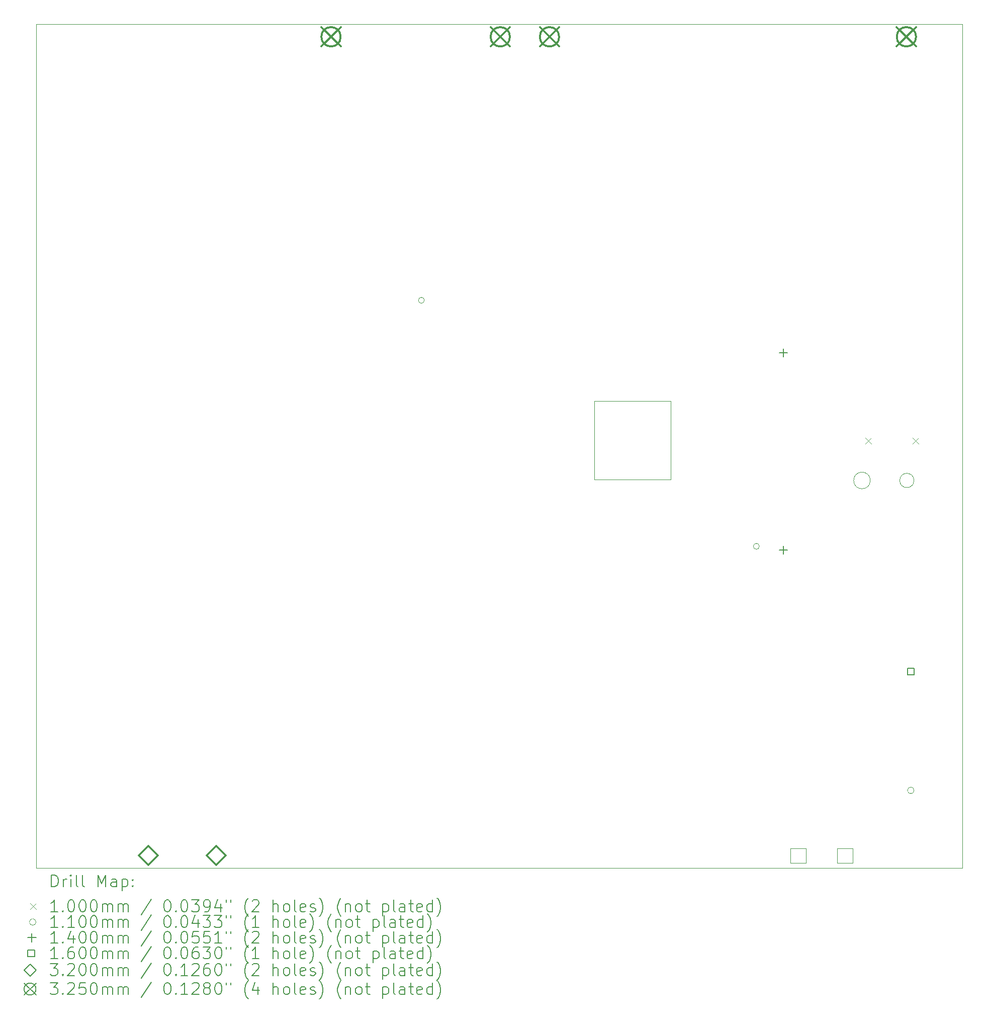
<source format=gbr>
%TF.GenerationSoftware,KiCad,Pcbnew,8.0.0-rc1*%
%TF.CreationDate,2024-10-18T14:45:28+03:00*%
%TF.ProjectId,Movita_3568_XV_Router_V4.1,4d6f7669-7461-45f3-9335-36385f58565f,REV1*%
%TF.SameCoordinates,Original*%
%TF.FileFunction,Drillmap*%
%TF.FilePolarity,Positive*%
%FSLAX45Y45*%
G04 Gerber Fmt 4.5, Leading zero omitted, Abs format (unit mm)*
G04 Created by KiCad (PCBNEW 8.0.0-rc1) date 2024-10-18 14:45:28*
%MOMM*%
%LPD*%
G01*
G04 APERTURE LIST*
%ADD10C,0.050000*%
%ADD11C,0.200000*%
%ADD12C,0.100000*%
%ADD13C,0.110000*%
%ADD14C,0.140000*%
%ADD15C,0.160000*%
%ADD16C,0.320000*%
%ADD17C,0.325000*%
G04 APERTURE END LIST*
D10*
X4763000Y-2555000D02*
X20363000Y-2555000D01*
X20363000Y-16755000D01*
X4763000Y-16755000D01*
X4763000Y-2555000D01*
X15448000Y-10220000D02*
X14165000Y-10220000D01*
X14165000Y-8897000D01*
X15448000Y-8897000D01*
X15448000Y-10220000D01*
X11301000Y-7200000D02*
G75*
G02*
X11201000Y-7200000I-50000J0D01*
G01*
X11201000Y-7200000D02*
G75*
G02*
X11301000Y-7200000I50000J0D01*
G01*
X16941000Y-11340000D02*
G75*
G02*
X16841000Y-11340000I-50000J0D01*
G01*
X16841000Y-11340000D02*
G75*
G02*
X16941000Y-11340000I50000J0D01*
G01*
X17730000Y-16419000D02*
X17465000Y-16419000D01*
X17465000Y-16669000D01*
X17730000Y-16669000D01*
X17730000Y-16419000D01*
X18250000Y-16419000D02*
X18515000Y-16419000D01*
X18515000Y-16669000D01*
X18250000Y-16669000D01*
X18250000Y-16419000D01*
X18810000Y-10232000D02*
G75*
G02*
X18530000Y-10232000I-140000J0D01*
G01*
X18530000Y-10232000D02*
G75*
G02*
X18810000Y-10232000I140000J0D01*
G01*
X19545000Y-10232000D02*
G75*
G02*
X19305000Y-10232000I-120000J0D01*
G01*
X19305000Y-10232000D02*
G75*
G02*
X19545000Y-10232000I120000J0D01*
G01*
D11*
D12*
X18728000Y-9513000D02*
X18828000Y-9613000D01*
X18828000Y-9513000D02*
X18728000Y-9613000D01*
X19526000Y-9513000D02*
X19626000Y-9613000D01*
X19626000Y-9513000D02*
X19526000Y-9613000D01*
D13*
X19545990Y-15446500D02*
G75*
G02*
X19435990Y-15446500I-55000J0D01*
G01*
X19435990Y-15446500D02*
G75*
G02*
X19545990Y-15446500I55000J0D01*
G01*
D14*
X17348000Y-8013000D02*
X17348000Y-8153000D01*
X17278000Y-8083000D02*
X17418000Y-8083000D01*
X17348000Y-11332000D02*
X17348000Y-11472000D01*
X17278000Y-11402000D02*
X17418000Y-11402000D01*
D15*
X19547559Y-13503069D02*
X19547559Y-13389931D01*
X19434421Y-13389931D01*
X19434421Y-13503069D01*
X19547559Y-13503069D01*
D16*
X6650500Y-16700000D02*
X6810500Y-16540000D01*
X6650500Y-16380000D01*
X6490500Y-16540000D01*
X6650500Y-16700000D01*
X7793500Y-16700000D02*
X7953500Y-16540000D01*
X7793500Y-16380000D01*
X7633500Y-16540000D01*
X7793500Y-16700000D01*
D17*
X9566500Y-2604500D02*
X9891500Y-2929500D01*
X9891500Y-2604500D02*
X9566500Y-2929500D01*
X9891500Y-2767000D02*
G75*
G02*
X9566500Y-2767000I-162500J0D01*
G01*
X9566500Y-2767000D02*
G75*
G02*
X9891500Y-2767000I162500J0D01*
G01*
X12416500Y-2604500D02*
X12741500Y-2929500D01*
X12741500Y-2604500D02*
X12416500Y-2929500D01*
X12741500Y-2767000D02*
G75*
G02*
X12416500Y-2767000I-162500J0D01*
G01*
X12416500Y-2767000D02*
G75*
G02*
X12741500Y-2767000I162500J0D01*
G01*
X13245000Y-2604500D02*
X13570000Y-2929500D01*
X13570000Y-2604500D02*
X13245000Y-2929500D01*
X13570000Y-2767000D02*
G75*
G02*
X13245000Y-2767000I-162500J0D01*
G01*
X13245000Y-2767000D02*
G75*
G02*
X13570000Y-2767000I162500J0D01*
G01*
X19255000Y-2604500D02*
X19580000Y-2929500D01*
X19580000Y-2604500D02*
X19255000Y-2929500D01*
X19580000Y-2767000D02*
G75*
G02*
X19255000Y-2767000I-162500J0D01*
G01*
X19255000Y-2767000D02*
G75*
G02*
X19580000Y-2767000I162500J0D01*
G01*
D11*
X5021277Y-17068984D02*
X5021277Y-16868984D01*
X5021277Y-16868984D02*
X5068896Y-16868984D01*
X5068896Y-16868984D02*
X5097467Y-16878508D01*
X5097467Y-16878508D02*
X5116515Y-16897555D01*
X5116515Y-16897555D02*
X5126039Y-16916603D01*
X5126039Y-16916603D02*
X5135563Y-16954698D01*
X5135563Y-16954698D02*
X5135563Y-16983270D01*
X5135563Y-16983270D02*
X5126039Y-17021365D01*
X5126039Y-17021365D02*
X5116515Y-17040412D01*
X5116515Y-17040412D02*
X5097467Y-17059460D01*
X5097467Y-17059460D02*
X5068896Y-17068984D01*
X5068896Y-17068984D02*
X5021277Y-17068984D01*
X5221277Y-17068984D02*
X5221277Y-16935650D01*
X5221277Y-16973746D02*
X5230801Y-16954698D01*
X5230801Y-16954698D02*
X5240324Y-16945174D01*
X5240324Y-16945174D02*
X5259372Y-16935650D01*
X5259372Y-16935650D02*
X5278420Y-16935650D01*
X5345086Y-17068984D02*
X5345086Y-16935650D01*
X5345086Y-16868984D02*
X5335563Y-16878508D01*
X5335563Y-16878508D02*
X5345086Y-16888031D01*
X5345086Y-16888031D02*
X5354610Y-16878508D01*
X5354610Y-16878508D02*
X5345086Y-16868984D01*
X5345086Y-16868984D02*
X5345086Y-16888031D01*
X5468896Y-17068984D02*
X5449848Y-17059460D01*
X5449848Y-17059460D02*
X5440324Y-17040412D01*
X5440324Y-17040412D02*
X5440324Y-16868984D01*
X5573658Y-17068984D02*
X5554610Y-17059460D01*
X5554610Y-17059460D02*
X5545086Y-17040412D01*
X5545086Y-17040412D02*
X5545086Y-16868984D01*
X5802229Y-17068984D02*
X5802229Y-16868984D01*
X5802229Y-16868984D02*
X5868896Y-17011841D01*
X5868896Y-17011841D02*
X5935562Y-16868984D01*
X5935562Y-16868984D02*
X5935562Y-17068984D01*
X6116515Y-17068984D02*
X6116515Y-16964222D01*
X6116515Y-16964222D02*
X6106991Y-16945174D01*
X6106991Y-16945174D02*
X6087943Y-16935650D01*
X6087943Y-16935650D02*
X6049848Y-16935650D01*
X6049848Y-16935650D02*
X6030801Y-16945174D01*
X6116515Y-17059460D02*
X6097467Y-17068984D01*
X6097467Y-17068984D02*
X6049848Y-17068984D01*
X6049848Y-17068984D02*
X6030801Y-17059460D01*
X6030801Y-17059460D02*
X6021277Y-17040412D01*
X6021277Y-17040412D02*
X6021277Y-17021365D01*
X6021277Y-17021365D02*
X6030801Y-17002317D01*
X6030801Y-17002317D02*
X6049848Y-16992793D01*
X6049848Y-16992793D02*
X6097467Y-16992793D01*
X6097467Y-16992793D02*
X6116515Y-16983270D01*
X6211753Y-16935650D02*
X6211753Y-17135650D01*
X6211753Y-16945174D02*
X6230801Y-16935650D01*
X6230801Y-16935650D02*
X6268896Y-16935650D01*
X6268896Y-16935650D02*
X6287943Y-16945174D01*
X6287943Y-16945174D02*
X6297467Y-16954698D01*
X6297467Y-16954698D02*
X6306991Y-16973746D01*
X6306991Y-16973746D02*
X6306991Y-17030889D01*
X6306991Y-17030889D02*
X6297467Y-17049936D01*
X6297467Y-17049936D02*
X6287943Y-17059460D01*
X6287943Y-17059460D02*
X6268896Y-17068984D01*
X6268896Y-17068984D02*
X6230801Y-17068984D01*
X6230801Y-17068984D02*
X6211753Y-17059460D01*
X6392705Y-17049936D02*
X6402229Y-17059460D01*
X6402229Y-17059460D02*
X6392705Y-17068984D01*
X6392705Y-17068984D02*
X6383182Y-17059460D01*
X6383182Y-17059460D02*
X6392705Y-17049936D01*
X6392705Y-17049936D02*
X6392705Y-17068984D01*
X6392705Y-16945174D02*
X6402229Y-16954698D01*
X6402229Y-16954698D02*
X6392705Y-16964222D01*
X6392705Y-16964222D02*
X6383182Y-16954698D01*
X6383182Y-16954698D02*
X6392705Y-16945174D01*
X6392705Y-16945174D02*
X6392705Y-16964222D01*
D12*
X4660500Y-17347500D02*
X4760500Y-17447500D01*
X4760500Y-17347500D02*
X4660500Y-17447500D01*
D11*
X5126039Y-17488984D02*
X5011753Y-17488984D01*
X5068896Y-17488984D02*
X5068896Y-17288984D01*
X5068896Y-17288984D02*
X5049848Y-17317555D01*
X5049848Y-17317555D02*
X5030801Y-17336603D01*
X5030801Y-17336603D02*
X5011753Y-17346127D01*
X5211753Y-17469936D02*
X5221277Y-17479460D01*
X5221277Y-17479460D02*
X5211753Y-17488984D01*
X5211753Y-17488984D02*
X5202229Y-17479460D01*
X5202229Y-17479460D02*
X5211753Y-17469936D01*
X5211753Y-17469936D02*
X5211753Y-17488984D01*
X5345086Y-17288984D02*
X5364134Y-17288984D01*
X5364134Y-17288984D02*
X5383182Y-17298508D01*
X5383182Y-17298508D02*
X5392705Y-17308031D01*
X5392705Y-17308031D02*
X5402229Y-17327079D01*
X5402229Y-17327079D02*
X5411753Y-17365174D01*
X5411753Y-17365174D02*
X5411753Y-17412793D01*
X5411753Y-17412793D02*
X5402229Y-17450889D01*
X5402229Y-17450889D02*
X5392705Y-17469936D01*
X5392705Y-17469936D02*
X5383182Y-17479460D01*
X5383182Y-17479460D02*
X5364134Y-17488984D01*
X5364134Y-17488984D02*
X5345086Y-17488984D01*
X5345086Y-17488984D02*
X5326039Y-17479460D01*
X5326039Y-17479460D02*
X5316515Y-17469936D01*
X5316515Y-17469936D02*
X5306991Y-17450889D01*
X5306991Y-17450889D02*
X5297467Y-17412793D01*
X5297467Y-17412793D02*
X5297467Y-17365174D01*
X5297467Y-17365174D02*
X5306991Y-17327079D01*
X5306991Y-17327079D02*
X5316515Y-17308031D01*
X5316515Y-17308031D02*
X5326039Y-17298508D01*
X5326039Y-17298508D02*
X5345086Y-17288984D01*
X5535563Y-17288984D02*
X5554610Y-17288984D01*
X5554610Y-17288984D02*
X5573658Y-17298508D01*
X5573658Y-17298508D02*
X5583182Y-17308031D01*
X5583182Y-17308031D02*
X5592705Y-17327079D01*
X5592705Y-17327079D02*
X5602229Y-17365174D01*
X5602229Y-17365174D02*
X5602229Y-17412793D01*
X5602229Y-17412793D02*
X5592705Y-17450889D01*
X5592705Y-17450889D02*
X5583182Y-17469936D01*
X5583182Y-17469936D02*
X5573658Y-17479460D01*
X5573658Y-17479460D02*
X5554610Y-17488984D01*
X5554610Y-17488984D02*
X5535563Y-17488984D01*
X5535563Y-17488984D02*
X5516515Y-17479460D01*
X5516515Y-17479460D02*
X5506991Y-17469936D01*
X5506991Y-17469936D02*
X5497467Y-17450889D01*
X5497467Y-17450889D02*
X5487944Y-17412793D01*
X5487944Y-17412793D02*
X5487944Y-17365174D01*
X5487944Y-17365174D02*
X5497467Y-17327079D01*
X5497467Y-17327079D02*
X5506991Y-17308031D01*
X5506991Y-17308031D02*
X5516515Y-17298508D01*
X5516515Y-17298508D02*
X5535563Y-17288984D01*
X5726039Y-17288984D02*
X5745086Y-17288984D01*
X5745086Y-17288984D02*
X5764134Y-17298508D01*
X5764134Y-17298508D02*
X5773658Y-17308031D01*
X5773658Y-17308031D02*
X5783182Y-17327079D01*
X5783182Y-17327079D02*
X5792705Y-17365174D01*
X5792705Y-17365174D02*
X5792705Y-17412793D01*
X5792705Y-17412793D02*
X5783182Y-17450889D01*
X5783182Y-17450889D02*
X5773658Y-17469936D01*
X5773658Y-17469936D02*
X5764134Y-17479460D01*
X5764134Y-17479460D02*
X5745086Y-17488984D01*
X5745086Y-17488984D02*
X5726039Y-17488984D01*
X5726039Y-17488984D02*
X5706991Y-17479460D01*
X5706991Y-17479460D02*
X5697467Y-17469936D01*
X5697467Y-17469936D02*
X5687943Y-17450889D01*
X5687943Y-17450889D02*
X5678420Y-17412793D01*
X5678420Y-17412793D02*
X5678420Y-17365174D01*
X5678420Y-17365174D02*
X5687943Y-17327079D01*
X5687943Y-17327079D02*
X5697467Y-17308031D01*
X5697467Y-17308031D02*
X5706991Y-17298508D01*
X5706991Y-17298508D02*
X5726039Y-17288984D01*
X5878420Y-17488984D02*
X5878420Y-17355650D01*
X5878420Y-17374698D02*
X5887943Y-17365174D01*
X5887943Y-17365174D02*
X5906991Y-17355650D01*
X5906991Y-17355650D02*
X5935563Y-17355650D01*
X5935563Y-17355650D02*
X5954610Y-17365174D01*
X5954610Y-17365174D02*
X5964134Y-17384222D01*
X5964134Y-17384222D02*
X5964134Y-17488984D01*
X5964134Y-17384222D02*
X5973658Y-17365174D01*
X5973658Y-17365174D02*
X5992705Y-17355650D01*
X5992705Y-17355650D02*
X6021277Y-17355650D01*
X6021277Y-17355650D02*
X6040324Y-17365174D01*
X6040324Y-17365174D02*
X6049848Y-17384222D01*
X6049848Y-17384222D02*
X6049848Y-17488984D01*
X6145086Y-17488984D02*
X6145086Y-17355650D01*
X6145086Y-17374698D02*
X6154610Y-17365174D01*
X6154610Y-17365174D02*
X6173658Y-17355650D01*
X6173658Y-17355650D02*
X6202229Y-17355650D01*
X6202229Y-17355650D02*
X6221277Y-17365174D01*
X6221277Y-17365174D02*
X6230801Y-17384222D01*
X6230801Y-17384222D02*
X6230801Y-17488984D01*
X6230801Y-17384222D02*
X6240324Y-17365174D01*
X6240324Y-17365174D02*
X6259372Y-17355650D01*
X6259372Y-17355650D02*
X6287943Y-17355650D01*
X6287943Y-17355650D02*
X6306991Y-17365174D01*
X6306991Y-17365174D02*
X6316515Y-17384222D01*
X6316515Y-17384222D02*
X6316515Y-17488984D01*
X6706991Y-17279460D02*
X6535563Y-17536603D01*
X6964134Y-17288984D02*
X6983182Y-17288984D01*
X6983182Y-17288984D02*
X7002229Y-17298508D01*
X7002229Y-17298508D02*
X7011753Y-17308031D01*
X7011753Y-17308031D02*
X7021277Y-17327079D01*
X7021277Y-17327079D02*
X7030801Y-17365174D01*
X7030801Y-17365174D02*
X7030801Y-17412793D01*
X7030801Y-17412793D02*
X7021277Y-17450889D01*
X7021277Y-17450889D02*
X7011753Y-17469936D01*
X7011753Y-17469936D02*
X7002229Y-17479460D01*
X7002229Y-17479460D02*
X6983182Y-17488984D01*
X6983182Y-17488984D02*
X6964134Y-17488984D01*
X6964134Y-17488984D02*
X6945086Y-17479460D01*
X6945086Y-17479460D02*
X6935563Y-17469936D01*
X6935563Y-17469936D02*
X6926039Y-17450889D01*
X6926039Y-17450889D02*
X6916515Y-17412793D01*
X6916515Y-17412793D02*
X6916515Y-17365174D01*
X6916515Y-17365174D02*
X6926039Y-17327079D01*
X6926039Y-17327079D02*
X6935563Y-17308031D01*
X6935563Y-17308031D02*
X6945086Y-17298508D01*
X6945086Y-17298508D02*
X6964134Y-17288984D01*
X7116515Y-17469936D02*
X7126039Y-17479460D01*
X7126039Y-17479460D02*
X7116515Y-17488984D01*
X7116515Y-17488984D02*
X7106991Y-17479460D01*
X7106991Y-17479460D02*
X7116515Y-17469936D01*
X7116515Y-17469936D02*
X7116515Y-17488984D01*
X7249848Y-17288984D02*
X7268896Y-17288984D01*
X7268896Y-17288984D02*
X7287944Y-17298508D01*
X7287944Y-17298508D02*
X7297467Y-17308031D01*
X7297467Y-17308031D02*
X7306991Y-17327079D01*
X7306991Y-17327079D02*
X7316515Y-17365174D01*
X7316515Y-17365174D02*
X7316515Y-17412793D01*
X7316515Y-17412793D02*
X7306991Y-17450889D01*
X7306991Y-17450889D02*
X7297467Y-17469936D01*
X7297467Y-17469936D02*
X7287944Y-17479460D01*
X7287944Y-17479460D02*
X7268896Y-17488984D01*
X7268896Y-17488984D02*
X7249848Y-17488984D01*
X7249848Y-17488984D02*
X7230801Y-17479460D01*
X7230801Y-17479460D02*
X7221277Y-17469936D01*
X7221277Y-17469936D02*
X7211753Y-17450889D01*
X7211753Y-17450889D02*
X7202229Y-17412793D01*
X7202229Y-17412793D02*
X7202229Y-17365174D01*
X7202229Y-17365174D02*
X7211753Y-17327079D01*
X7211753Y-17327079D02*
X7221277Y-17308031D01*
X7221277Y-17308031D02*
X7230801Y-17298508D01*
X7230801Y-17298508D02*
X7249848Y-17288984D01*
X7383182Y-17288984D02*
X7506991Y-17288984D01*
X7506991Y-17288984D02*
X7440325Y-17365174D01*
X7440325Y-17365174D02*
X7468896Y-17365174D01*
X7468896Y-17365174D02*
X7487944Y-17374698D01*
X7487944Y-17374698D02*
X7497467Y-17384222D01*
X7497467Y-17384222D02*
X7506991Y-17403270D01*
X7506991Y-17403270D02*
X7506991Y-17450889D01*
X7506991Y-17450889D02*
X7497467Y-17469936D01*
X7497467Y-17469936D02*
X7487944Y-17479460D01*
X7487944Y-17479460D02*
X7468896Y-17488984D01*
X7468896Y-17488984D02*
X7411753Y-17488984D01*
X7411753Y-17488984D02*
X7392706Y-17479460D01*
X7392706Y-17479460D02*
X7383182Y-17469936D01*
X7602229Y-17488984D02*
X7640325Y-17488984D01*
X7640325Y-17488984D02*
X7659372Y-17479460D01*
X7659372Y-17479460D02*
X7668896Y-17469936D01*
X7668896Y-17469936D02*
X7687944Y-17441365D01*
X7687944Y-17441365D02*
X7697467Y-17403270D01*
X7697467Y-17403270D02*
X7697467Y-17327079D01*
X7697467Y-17327079D02*
X7687944Y-17308031D01*
X7687944Y-17308031D02*
X7678420Y-17298508D01*
X7678420Y-17298508D02*
X7659372Y-17288984D01*
X7659372Y-17288984D02*
X7621277Y-17288984D01*
X7621277Y-17288984D02*
X7602229Y-17298508D01*
X7602229Y-17298508D02*
X7592706Y-17308031D01*
X7592706Y-17308031D02*
X7583182Y-17327079D01*
X7583182Y-17327079D02*
X7583182Y-17374698D01*
X7583182Y-17374698D02*
X7592706Y-17393746D01*
X7592706Y-17393746D02*
X7602229Y-17403270D01*
X7602229Y-17403270D02*
X7621277Y-17412793D01*
X7621277Y-17412793D02*
X7659372Y-17412793D01*
X7659372Y-17412793D02*
X7678420Y-17403270D01*
X7678420Y-17403270D02*
X7687944Y-17393746D01*
X7687944Y-17393746D02*
X7697467Y-17374698D01*
X7868896Y-17355650D02*
X7868896Y-17488984D01*
X7821277Y-17279460D02*
X7773658Y-17422317D01*
X7773658Y-17422317D02*
X7897467Y-17422317D01*
X7964134Y-17288984D02*
X7964134Y-17327079D01*
X8040325Y-17288984D02*
X8040325Y-17327079D01*
X8335563Y-17565174D02*
X8326039Y-17555650D01*
X8326039Y-17555650D02*
X8306991Y-17527079D01*
X8306991Y-17527079D02*
X8297468Y-17508031D01*
X8297468Y-17508031D02*
X8287944Y-17479460D01*
X8287944Y-17479460D02*
X8278420Y-17431841D01*
X8278420Y-17431841D02*
X8278420Y-17393746D01*
X8278420Y-17393746D02*
X8287944Y-17346127D01*
X8287944Y-17346127D02*
X8297468Y-17317555D01*
X8297468Y-17317555D02*
X8306991Y-17298508D01*
X8306991Y-17298508D02*
X8326039Y-17269936D01*
X8326039Y-17269936D02*
X8335563Y-17260412D01*
X8402230Y-17308031D02*
X8411753Y-17298508D01*
X8411753Y-17298508D02*
X8430801Y-17288984D01*
X8430801Y-17288984D02*
X8478420Y-17288984D01*
X8478420Y-17288984D02*
X8497468Y-17298508D01*
X8497468Y-17298508D02*
X8506991Y-17308031D01*
X8506991Y-17308031D02*
X8516515Y-17327079D01*
X8516515Y-17327079D02*
X8516515Y-17346127D01*
X8516515Y-17346127D02*
X8506991Y-17374698D01*
X8506991Y-17374698D02*
X8392706Y-17488984D01*
X8392706Y-17488984D02*
X8516515Y-17488984D01*
X8754611Y-17488984D02*
X8754611Y-17288984D01*
X8840325Y-17488984D02*
X8840325Y-17384222D01*
X8840325Y-17384222D02*
X8830801Y-17365174D01*
X8830801Y-17365174D02*
X8811753Y-17355650D01*
X8811753Y-17355650D02*
X8783182Y-17355650D01*
X8783182Y-17355650D02*
X8764134Y-17365174D01*
X8764134Y-17365174D02*
X8754611Y-17374698D01*
X8964134Y-17488984D02*
X8945087Y-17479460D01*
X8945087Y-17479460D02*
X8935563Y-17469936D01*
X8935563Y-17469936D02*
X8926039Y-17450889D01*
X8926039Y-17450889D02*
X8926039Y-17393746D01*
X8926039Y-17393746D02*
X8935563Y-17374698D01*
X8935563Y-17374698D02*
X8945087Y-17365174D01*
X8945087Y-17365174D02*
X8964134Y-17355650D01*
X8964134Y-17355650D02*
X8992706Y-17355650D01*
X8992706Y-17355650D02*
X9011753Y-17365174D01*
X9011753Y-17365174D02*
X9021277Y-17374698D01*
X9021277Y-17374698D02*
X9030801Y-17393746D01*
X9030801Y-17393746D02*
X9030801Y-17450889D01*
X9030801Y-17450889D02*
X9021277Y-17469936D01*
X9021277Y-17469936D02*
X9011753Y-17479460D01*
X9011753Y-17479460D02*
X8992706Y-17488984D01*
X8992706Y-17488984D02*
X8964134Y-17488984D01*
X9145087Y-17488984D02*
X9126039Y-17479460D01*
X9126039Y-17479460D02*
X9116515Y-17460412D01*
X9116515Y-17460412D02*
X9116515Y-17288984D01*
X9297468Y-17479460D02*
X9278420Y-17488984D01*
X9278420Y-17488984D02*
X9240325Y-17488984D01*
X9240325Y-17488984D02*
X9221277Y-17479460D01*
X9221277Y-17479460D02*
X9211753Y-17460412D01*
X9211753Y-17460412D02*
X9211753Y-17384222D01*
X9211753Y-17384222D02*
X9221277Y-17365174D01*
X9221277Y-17365174D02*
X9240325Y-17355650D01*
X9240325Y-17355650D02*
X9278420Y-17355650D01*
X9278420Y-17355650D02*
X9297468Y-17365174D01*
X9297468Y-17365174D02*
X9306992Y-17384222D01*
X9306992Y-17384222D02*
X9306992Y-17403270D01*
X9306992Y-17403270D02*
X9211753Y-17422317D01*
X9383182Y-17479460D02*
X9402230Y-17488984D01*
X9402230Y-17488984D02*
X9440325Y-17488984D01*
X9440325Y-17488984D02*
X9459373Y-17479460D01*
X9459373Y-17479460D02*
X9468896Y-17460412D01*
X9468896Y-17460412D02*
X9468896Y-17450889D01*
X9468896Y-17450889D02*
X9459373Y-17431841D01*
X9459373Y-17431841D02*
X9440325Y-17422317D01*
X9440325Y-17422317D02*
X9411753Y-17422317D01*
X9411753Y-17422317D02*
X9392706Y-17412793D01*
X9392706Y-17412793D02*
X9383182Y-17393746D01*
X9383182Y-17393746D02*
X9383182Y-17384222D01*
X9383182Y-17384222D02*
X9392706Y-17365174D01*
X9392706Y-17365174D02*
X9411753Y-17355650D01*
X9411753Y-17355650D02*
X9440325Y-17355650D01*
X9440325Y-17355650D02*
X9459373Y-17365174D01*
X9535563Y-17565174D02*
X9545087Y-17555650D01*
X9545087Y-17555650D02*
X9564134Y-17527079D01*
X9564134Y-17527079D02*
X9573658Y-17508031D01*
X9573658Y-17508031D02*
X9583182Y-17479460D01*
X9583182Y-17479460D02*
X9592706Y-17431841D01*
X9592706Y-17431841D02*
X9592706Y-17393746D01*
X9592706Y-17393746D02*
X9583182Y-17346127D01*
X9583182Y-17346127D02*
X9573658Y-17317555D01*
X9573658Y-17317555D02*
X9564134Y-17298508D01*
X9564134Y-17298508D02*
X9545087Y-17269936D01*
X9545087Y-17269936D02*
X9535563Y-17260412D01*
X9897468Y-17565174D02*
X9887944Y-17555650D01*
X9887944Y-17555650D02*
X9868896Y-17527079D01*
X9868896Y-17527079D02*
X9859373Y-17508031D01*
X9859373Y-17508031D02*
X9849849Y-17479460D01*
X9849849Y-17479460D02*
X9840325Y-17431841D01*
X9840325Y-17431841D02*
X9840325Y-17393746D01*
X9840325Y-17393746D02*
X9849849Y-17346127D01*
X9849849Y-17346127D02*
X9859373Y-17317555D01*
X9859373Y-17317555D02*
X9868896Y-17298508D01*
X9868896Y-17298508D02*
X9887944Y-17269936D01*
X9887944Y-17269936D02*
X9897468Y-17260412D01*
X9973658Y-17355650D02*
X9973658Y-17488984D01*
X9973658Y-17374698D02*
X9983182Y-17365174D01*
X9983182Y-17365174D02*
X10002230Y-17355650D01*
X10002230Y-17355650D02*
X10030801Y-17355650D01*
X10030801Y-17355650D02*
X10049849Y-17365174D01*
X10049849Y-17365174D02*
X10059373Y-17384222D01*
X10059373Y-17384222D02*
X10059373Y-17488984D01*
X10183182Y-17488984D02*
X10164134Y-17479460D01*
X10164134Y-17479460D02*
X10154611Y-17469936D01*
X10154611Y-17469936D02*
X10145087Y-17450889D01*
X10145087Y-17450889D02*
X10145087Y-17393746D01*
X10145087Y-17393746D02*
X10154611Y-17374698D01*
X10154611Y-17374698D02*
X10164134Y-17365174D01*
X10164134Y-17365174D02*
X10183182Y-17355650D01*
X10183182Y-17355650D02*
X10211754Y-17355650D01*
X10211754Y-17355650D02*
X10230801Y-17365174D01*
X10230801Y-17365174D02*
X10240325Y-17374698D01*
X10240325Y-17374698D02*
X10249849Y-17393746D01*
X10249849Y-17393746D02*
X10249849Y-17450889D01*
X10249849Y-17450889D02*
X10240325Y-17469936D01*
X10240325Y-17469936D02*
X10230801Y-17479460D01*
X10230801Y-17479460D02*
X10211754Y-17488984D01*
X10211754Y-17488984D02*
X10183182Y-17488984D01*
X10306992Y-17355650D02*
X10383182Y-17355650D01*
X10335563Y-17288984D02*
X10335563Y-17460412D01*
X10335563Y-17460412D02*
X10345087Y-17479460D01*
X10345087Y-17479460D02*
X10364134Y-17488984D01*
X10364134Y-17488984D02*
X10383182Y-17488984D01*
X10602230Y-17355650D02*
X10602230Y-17555650D01*
X10602230Y-17365174D02*
X10621277Y-17355650D01*
X10621277Y-17355650D02*
X10659373Y-17355650D01*
X10659373Y-17355650D02*
X10678420Y-17365174D01*
X10678420Y-17365174D02*
X10687944Y-17374698D01*
X10687944Y-17374698D02*
X10697468Y-17393746D01*
X10697468Y-17393746D02*
X10697468Y-17450889D01*
X10697468Y-17450889D02*
X10687944Y-17469936D01*
X10687944Y-17469936D02*
X10678420Y-17479460D01*
X10678420Y-17479460D02*
X10659373Y-17488984D01*
X10659373Y-17488984D02*
X10621277Y-17488984D01*
X10621277Y-17488984D02*
X10602230Y-17479460D01*
X10811754Y-17488984D02*
X10792706Y-17479460D01*
X10792706Y-17479460D02*
X10783182Y-17460412D01*
X10783182Y-17460412D02*
X10783182Y-17288984D01*
X10973658Y-17488984D02*
X10973658Y-17384222D01*
X10973658Y-17384222D02*
X10964135Y-17365174D01*
X10964135Y-17365174D02*
X10945087Y-17355650D01*
X10945087Y-17355650D02*
X10906992Y-17355650D01*
X10906992Y-17355650D02*
X10887944Y-17365174D01*
X10973658Y-17479460D02*
X10954611Y-17488984D01*
X10954611Y-17488984D02*
X10906992Y-17488984D01*
X10906992Y-17488984D02*
X10887944Y-17479460D01*
X10887944Y-17479460D02*
X10878420Y-17460412D01*
X10878420Y-17460412D02*
X10878420Y-17441365D01*
X10878420Y-17441365D02*
X10887944Y-17422317D01*
X10887944Y-17422317D02*
X10906992Y-17412793D01*
X10906992Y-17412793D02*
X10954611Y-17412793D01*
X10954611Y-17412793D02*
X10973658Y-17403270D01*
X11040325Y-17355650D02*
X11116515Y-17355650D01*
X11068896Y-17288984D02*
X11068896Y-17460412D01*
X11068896Y-17460412D02*
X11078420Y-17479460D01*
X11078420Y-17479460D02*
X11097468Y-17488984D01*
X11097468Y-17488984D02*
X11116515Y-17488984D01*
X11259373Y-17479460D02*
X11240325Y-17488984D01*
X11240325Y-17488984D02*
X11202230Y-17488984D01*
X11202230Y-17488984D02*
X11183182Y-17479460D01*
X11183182Y-17479460D02*
X11173658Y-17460412D01*
X11173658Y-17460412D02*
X11173658Y-17384222D01*
X11173658Y-17384222D02*
X11183182Y-17365174D01*
X11183182Y-17365174D02*
X11202230Y-17355650D01*
X11202230Y-17355650D02*
X11240325Y-17355650D01*
X11240325Y-17355650D02*
X11259373Y-17365174D01*
X11259373Y-17365174D02*
X11268896Y-17384222D01*
X11268896Y-17384222D02*
X11268896Y-17403270D01*
X11268896Y-17403270D02*
X11173658Y-17422317D01*
X11440325Y-17488984D02*
X11440325Y-17288984D01*
X11440325Y-17479460D02*
X11421277Y-17488984D01*
X11421277Y-17488984D02*
X11383182Y-17488984D01*
X11383182Y-17488984D02*
X11364134Y-17479460D01*
X11364134Y-17479460D02*
X11354611Y-17469936D01*
X11354611Y-17469936D02*
X11345087Y-17450889D01*
X11345087Y-17450889D02*
X11345087Y-17393746D01*
X11345087Y-17393746D02*
X11354611Y-17374698D01*
X11354611Y-17374698D02*
X11364134Y-17365174D01*
X11364134Y-17365174D02*
X11383182Y-17355650D01*
X11383182Y-17355650D02*
X11421277Y-17355650D01*
X11421277Y-17355650D02*
X11440325Y-17365174D01*
X11516515Y-17565174D02*
X11526039Y-17555650D01*
X11526039Y-17555650D02*
X11545087Y-17527079D01*
X11545087Y-17527079D02*
X11554611Y-17508031D01*
X11554611Y-17508031D02*
X11564134Y-17479460D01*
X11564134Y-17479460D02*
X11573658Y-17431841D01*
X11573658Y-17431841D02*
X11573658Y-17393746D01*
X11573658Y-17393746D02*
X11564134Y-17346127D01*
X11564134Y-17346127D02*
X11554611Y-17317555D01*
X11554611Y-17317555D02*
X11545087Y-17298508D01*
X11545087Y-17298508D02*
X11526039Y-17269936D01*
X11526039Y-17269936D02*
X11516515Y-17260412D01*
D13*
X4760500Y-17661500D02*
G75*
G02*
X4650500Y-17661500I-55000J0D01*
G01*
X4650500Y-17661500D02*
G75*
G02*
X4760500Y-17661500I55000J0D01*
G01*
D11*
X5126039Y-17752984D02*
X5011753Y-17752984D01*
X5068896Y-17752984D02*
X5068896Y-17552984D01*
X5068896Y-17552984D02*
X5049848Y-17581555D01*
X5049848Y-17581555D02*
X5030801Y-17600603D01*
X5030801Y-17600603D02*
X5011753Y-17610127D01*
X5211753Y-17733936D02*
X5221277Y-17743460D01*
X5221277Y-17743460D02*
X5211753Y-17752984D01*
X5211753Y-17752984D02*
X5202229Y-17743460D01*
X5202229Y-17743460D02*
X5211753Y-17733936D01*
X5211753Y-17733936D02*
X5211753Y-17752984D01*
X5411753Y-17752984D02*
X5297467Y-17752984D01*
X5354610Y-17752984D02*
X5354610Y-17552984D01*
X5354610Y-17552984D02*
X5335563Y-17581555D01*
X5335563Y-17581555D02*
X5316515Y-17600603D01*
X5316515Y-17600603D02*
X5297467Y-17610127D01*
X5535563Y-17552984D02*
X5554610Y-17552984D01*
X5554610Y-17552984D02*
X5573658Y-17562508D01*
X5573658Y-17562508D02*
X5583182Y-17572031D01*
X5583182Y-17572031D02*
X5592705Y-17591079D01*
X5592705Y-17591079D02*
X5602229Y-17629174D01*
X5602229Y-17629174D02*
X5602229Y-17676793D01*
X5602229Y-17676793D02*
X5592705Y-17714889D01*
X5592705Y-17714889D02*
X5583182Y-17733936D01*
X5583182Y-17733936D02*
X5573658Y-17743460D01*
X5573658Y-17743460D02*
X5554610Y-17752984D01*
X5554610Y-17752984D02*
X5535563Y-17752984D01*
X5535563Y-17752984D02*
X5516515Y-17743460D01*
X5516515Y-17743460D02*
X5506991Y-17733936D01*
X5506991Y-17733936D02*
X5497467Y-17714889D01*
X5497467Y-17714889D02*
X5487944Y-17676793D01*
X5487944Y-17676793D02*
X5487944Y-17629174D01*
X5487944Y-17629174D02*
X5497467Y-17591079D01*
X5497467Y-17591079D02*
X5506991Y-17572031D01*
X5506991Y-17572031D02*
X5516515Y-17562508D01*
X5516515Y-17562508D02*
X5535563Y-17552984D01*
X5726039Y-17552984D02*
X5745086Y-17552984D01*
X5745086Y-17552984D02*
X5764134Y-17562508D01*
X5764134Y-17562508D02*
X5773658Y-17572031D01*
X5773658Y-17572031D02*
X5783182Y-17591079D01*
X5783182Y-17591079D02*
X5792705Y-17629174D01*
X5792705Y-17629174D02*
X5792705Y-17676793D01*
X5792705Y-17676793D02*
X5783182Y-17714889D01*
X5783182Y-17714889D02*
X5773658Y-17733936D01*
X5773658Y-17733936D02*
X5764134Y-17743460D01*
X5764134Y-17743460D02*
X5745086Y-17752984D01*
X5745086Y-17752984D02*
X5726039Y-17752984D01*
X5726039Y-17752984D02*
X5706991Y-17743460D01*
X5706991Y-17743460D02*
X5697467Y-17733936D01*
X5697467Y-17733936D02*
X5687943Y-17714889D01*
X5687943Y-17714889D02*
X5678420Y-17676793D01*
X5678420Y-17676793D02*
X5678420Y-17629174D01*
X5678420Y-17629174D02*
X5687943Y-17591079D01*
X5687943Y-17591079D02*
X5697467Y-17572031D01*
X5697467Y-17572031D02*
X5706991Y-17562508D01*
X5706991Y-17562508D02*
X5726039Y-17552984D01*
X5878420Y-17752984D02*
X5878420Y-17619650D01*
X5878420Y-17638698D02*
X5887943Y-17629174D01*
X5887943Y-17629174D02*
X5906991Y-17619650D01*
X5906991Y-17619650D02*
X5935563Y-17619650D01*
X5935563Y-17619650D02*
X5954610Y-17629174D01*
X5954610Y-17629174D02*
X5964134Y-17648222D01*
X5964134Y-17648222D02*
X5964134Y-17752984D01*
X5964134Y-17648222D02*
X5973658Y-17629174D01*
X5973658Y-17629174D02*
X5992705Y-17619650D01*
X5992705Y-17619650D02*
X6021277Y-17619650D01*
X6021277Y-17619650D02*
X6040324Y-17629174D01*
X6040324Y-17629174D02*
X6049848Y-17648222D01*
X6049848Y-17648222D02*
X6049848Y-17752984D01*
X6145086Y-17752984D02*
X6145086Y-17619650D01*
X6145086Y-17638698D02*
X6154610Y-17629174D01*
X6154610Y-17629174D02*
X6173658Y-17619650D01*
X6173658Y-17619650D02*
X6202229Y-17619650D01*
X6202229Y-17619650D02*
X6221277Y-17629174D01*
X6221277Y-17629174D02*
X6230801Y-17648222D01*
X6230801Y-17648222D02*
X6230801Y-17752984D01*
X6230801Y-17648222D02*
X6240324Y-17629174D01*
X6240324Y-17629174D02*
X6259372Y-17619650D01*
X6259372Y-17619650D02*
X6287943Y-17619650D01*
X6287943Y-17619650D02*
X6306991Y-17629174D01*
X6306991Y-17629174D02*
X6316515Y-17648222D01*
X6316515Y-17648222D02*
X6316515Y-17752984D01*
X6706991Y-17543460D02*
X6535563Y-17800603D01*
X6964134Y-17552984D02*
X6983182Y-17552984D01*
X6983182Y-17552984D02*
X7002229Y-17562508D01*
X7002229Y-17562508D02*
X7011753Y-17572031D01*
X7011753Y-17572031D02*
X7021277Y-17591079D01*
X7021277Y-17591079D02*
X7030801Y-17629174D01*
X7030801Y-17629174D02*
X7030801Y-17676793D01*
X7030801Y-17676793D02*
X7021277Y-17714889D01*
X7021277Y-17714889D02*
X7011753Y-17733936D01*
X7011753Y-17733936D02*
X7002229Y-17743460D01*
X7002229Y-17743460D02*
X6983182Y-17752984D01*
X6983182Y-17752984D02*
X6964134Y-17752984D01*
X6964134Y-17752984D02*
X6945086Y-17743460D01*
X6945086Y-17743460D02*
X6935563Y-17733936D01*
X6935563Y-17733936D02*
X6926039Y-17714889D01*
X6926039Y-17714889D02*
X6916515Y-17676793D01*
X6916515Y-17676793D02*
X6916515Y-17629174D01*
X6916515Y-17629174D02*
X6926039Y-17591079D01*
X6926039Y-17591079D02*
X6935563Y-17572031D01*
X6935563Y-17572031D02*
X6945086Y-17562508D01*
X6945086Y-17562508D02*
X6964134Y-17552984D01*
X7116515Y-17733936D02*
X7126039Y-17743460D01*
X7126039Y-17743460D02*
X7116515Y-17752984D01*
X7116515Y-17752984D02*
X7106991Y-17743460D01*
X7106991Y-17743460D02*
X7116515Y-17733936D01*
X7116515Y-17733936D02*
X7116515Y-17752984D01*
X7249848Y-17552984D02*
X7268896Y-17552984D01*
X7268896Y-17552984D02*
X7287944Y-17562508D01*
X7287944Y-17562508D02*
X7297467Y-17572031D01*
X7297467Y-17572031D02*
X7306991Y-17591079D01*
X7306991Y-17591079D02*
X7316515Y-17629174D01*
X7316515Y-17629174D02*
X7316515Y-17676793D01*
X7316515Y-17676793D02*
X7306991Y-17714889D01*
X7306991Y-17714889D02*
X7297467Y-17733936D01*
X7297467Y-17733936D02*
X7287944Y-17743460D01*
X7287944Y-17743460D02*
X7268896Y-17752984D01*
X7268896Y-17752984D02*
X7249848Y-17752984D01*
X7249848Y-17752984D02*
X7230801Y-17743460D01*
X7230801Y-17743460D02*
X7221277Y-17733936D01*
X7221277Y-17733936D02*
X7211753Y-17714889D01*
X7211753Y-17714889D02*
X7202229Y-17676793D01*
X7202229Y-17676793D02*
X7202229Y-17629174D01*
X7202229Y-17629174D02*
X7211753Y-17591079D01*
X7211753Y-17591079D02*
X7221277Y-17572031D01*
X7221277Y-17572031D02*
X7230801Y-17562508D01*
X7230801Y-17562508D02*
X7249848Y-17552984D01*
X7487944Y-17619650D02*
X7487944Y-17752984D01*
X7440325Y-17543460D02*
X7392706Y-17686317D01*
X7392706Y-17686317D02*
X7516515Y-17686317D01*
X7573658Y-17552984D02*
X7697467Y-17552984D01*
X7697467Y-17552984D02*
X7630801Y-17629174D01*
X7630801Y-17629174D02*
X7659372Y-17629174D01*
X7659372Y-17629174D02*
X7678420Y-17638698D01*
X7678420Y-17638698D02*
X7687944Y-17648222D01*
X7687944Y-17648222D02*
X7697467Y-17667270D01*
X7697467Y-17667270D02*
X7697467Y-17714889D01*
X7697467Y-17714889D02*
X7687944Y-17733936D01*
X7687944Y-17733936D02*
X7678420Y-17743460D01*
X7678420Y-17743460D02*
X7659372Y-17752984D01*
X7659372Y-17752984D02*
X7602229Y-17752984D01*
X7602229Y-17752984D02*
X7583182Y-17743460D01*
X7583182Y-17743460D02*
X7573658Y-17733936D01*
X7764134Y-17552984D02*
X7887944Y-17552984D01*
X7887944Y-17552984D02*
X7821277Y-17629174D01*
X7821277Y-17629174D02*
X7849848Y-17629174D01*
X7849848Y-17629174D02*
X7868896Y-17638698D01*
X7868896Y-17638698D02*
X7878420Y-17648222D01*
X7878420Y-17648222D02*
X7887944Y-17667270D01*
X7887944Y-17667270D02*
X7887944Y-17714889D01*
X7887944Y-17714889D02*
X7878420Y-17733936D01*
X7878420Y-17733936D02*
X7868896Y-17743460D01*
X7868896Y-17743460D02*
X7849848Y-17752984D01*
X7849848Y-17752984D02*
X7792706Y-17752984D01*
X7792706Y-17752984D02*
X7773658Y-17743460D01*
X7773658Y-17743460D02*
X7764134Y-17733936D01*
X7964134Y-17552984D02*
X7964134Y-17591079D01*
X8040325Y-17552984D02*
X8040325Y-17591079D01*
X8335563Y-17829174D02*
X8326039Y-17819650D01*
X8326039Y-17819650D02*
X8306991Y-17791079D01*
X8306991Y-17791079D02*
X8297468Y-17772031D01*
X8297468Y-17772031D02*
X8287944Y-17743460D01*
X8287944Y-17743460D02*
X8278420Y-17695841D01*
X8278420Y-17695841D02*
X8278420Y-17657746D01*
X8278420Y-17657746D02*
X8287944Y-17610127D01*
X8287944Y-17610127D02*
X8297468Y-17581555D01*
X8297468Y-17581555D02*
X8306991Y-17562508D01*
X8306991Y-17562508D02*
X8326039Y-17533936D01*
X8326039Y-17533936D02*
X8335563Y-17524412D01*
X8516515Y-17752984D02*
X8402230Y-17752984D01*
X8459372Y-17752984D02*
X8459372Y-17552984D01*
X8459372Y-17552984D02*
X8440325Y-17581555D01*
X8440325Y-17581555D02*
X8421277Y-17600603D01*
X8421277Y-17600603D02*
X8402230Y-17610127D01*
X8754611Y-17752984D02*
X8754611Y-17552984D01*
X8840325Y-17752984D02*
X8840325Y-17648222D01*
X8840325Y-17648222D02*
X8830801Y-17629174D01*
X8830801Y-17629174D02*
X8811753Y-17619650D01*
X8811753Y-17619650D02*
X8783182Y-17619650D01*
X8783182Y-17619650D02*
X8764134Y-17629174D01*
X8764134Y-17629174D02*
X8754611Y-17638698D01*
X8964134Y-17752984D02*
X8945087Y-17743460D01*
X8945087Y-17743460D02*
X8935563Y-17733936D01*
X8935563Y-17733936D02*
X8926039Y-17714889D01*
X8926039Y-17714889D02*
X8926039Y-17657746D01*
X8926039Y-17657746D02*
X8935563Y-17638698D01*
X8935563Y-17638698D02*
X8945087Y-17629174D01*
X8945087Y-17629174D02*
X8964134Y-17619650D01*
X8964134Y-17619650D02*
X8992706Y-17619650D01*
X8992706Y-17619650D02*
X9011753Y-17629174D01*
X9011753Y-17629174D02*
X9021277Y-17638698D01*
X9021277Y-17638698D02*
X9030801Y-17657746D01*
X9030801Y-17657746D02*
X9030801Y-17714889D01*
X9030801Y-17714889D02*
X9021277Y-17733936D01*
X9021277Y-17733936D02*
X9011753Y-17743460D01*
X9011753Y-17743460D02*
X8992706Y-17752984D01*
X8992706Y-17752984D02*
X8964134Y-17752984D01*
X9145087Y-17752984D02*
X9126039Y-17743460D01*
X9126039Y-17743460D02*
X9116515Y-17724412D01*
X9116515Y-17724412D02*
X9116515Y-17552984D01*
X9297468Y-17743460D02*
X9278420Y-17752984D01*
X9278420Y-17752984D02*
X9240325Y-17752984D01*
X9240325Y-17752984D02*
X9221277Y-17743460D01*
X9221277Y-17743460D02*
X9211753Y-17724412D01*
X9211753Y-17724412D02*
X9211753Y-17648222D01*
X9211753Y-17648222D02*
X9221277Y-17629174D01*
X9221277Y-17629174D02*
X9240325Y-17619650D01*
X9240325Y-17619650D02*
X9278420Y-17619650D01*
X9278420Y-17619650D02*
X9297468Y-17629174D01*
X9297468Y-17629174D02*
X9306992Y-17648222D01*
X9306992Y-17648222D02*
X9306992Y-17667270D01*
X9306992Y-17667270D02*
X9211753Y-17686317D01*
X9373658Y-17829174D02*
X9383182Y-17819650D01*
X9383182Y-17819650D02*
X9402230Y-17791079D01*
X9402230Y-17791079D02*
X9411753Y-17772031D01*
X9411753Y-17772031D02*
X9421277Y-17743460D01*
X9421277Y-17743460D02*
X9430801Y-17695841D01*
X9430801Y-17695841D02*
X9430801Y-17657746D01*
X9430801Y-17657746D02*
X9421277Y-17610127D01*
X9421277Y-17610127D02*
X9411753Y-17581555D01*
X9411753Y-17581555D02*
X9402230Y-17562508D01*
X9402230Y-17562508D02*
X9383182Y-17533936D01*
X9383182Y-17533936D02*
X9373658Y-17524412D01*
X9735563Y-17829174D02*
X9726039Y-17819650D01*
X9726039Y-17819650D02*
X9706992Y-17791079D01*
X9706992Y-17791079D02*
X9697468Y-17772031D01*
X9697468Y-17772031D02*
X9687944Y-17743460D01*
X9687944Y-17743460D02*
X9678420Y-17695841D01*
X9678420Y-17695841D02*
X9678420Y-17657746D01*
X9678420Y-17657746D02*
X9687944Y-17610127D01*
X9687944Y-17610127D02*
X9697468Y-17581555D01*
X9697468Y-17581555D02*
X9706992Y-17562508D01*
X9706992Y-17562508D02*
X9726039Y-17533936D01*
X9726039Y-17533936D02*
X9735563Y-17524412D01*
X9811753Y-17619650D02*
X9811753Y-17752984D01*
X9811753Y-17638698D02*
X9821277Y-17629174D01*
X9821277Y-17629174D02*
X9840325Y-17619650D01*
X9840325Y-17619650D02*
X9868896Y-17619650D01*
X9868896Y-17619650D02*
X9887944Y-17629174D01*
X9887944Y-17629174D02*
X9897468Y-17648222D01*
X9897468Y-17648222D02*
X9897468Y-17752984D01*
X10021277Y-17752984D02*
X10002230Y-17743460D01*
X10002230Y-17743460D02*
X9992706Y-17733936D01*
X9992706Y-17733936D02*
X9983182Y-17714889D01*
X9983182Y-17714889D02*
X9983182Y-17657746D01*
X9983182Y-17657746D02*
X9992706Y-17638698D01*
X9992706Y-17638698D02*
X10002230Y-17629174D01*
X10002230Y-17629174D02*
X10021277Y-17619650D01*
X10021277Y-17619650D02*
X10049849Y-17619650D01*
X10049849Y-17619650D02*
X10068896Y-17629174D01*
X10068896Y-17629174D02*
X10078420Y-17638698D01*
X10078420Y-17638698D02*
X10087944Y-17657746D01*
X10087944Y-17657746D02*
X10087944Y-17714889D01*
X10087944Y-17714889D02*
X10078420Y-17733936D01*
X10078420Y-17733936D02*
X10068896Y-17743460D01*
X10068896Y-17743460D02*
X10049849Y-17752984D01*
X10049849Y-17752984D02*
X10021277Y-17752984D01*
X10145087Y-17619650D02*
X10221277Y-17619650D01*
X10173658Y-17552984D02*
X10173658Y-17724412D01*
X10173658Y-17724412D02*
X10183182Y-17743460D01*
X10183182Y-17743460D02*
X10202230Y-17752984D01*
X10202230Y-17752984D02*
X10221277Y-17752984D01*
X10440325Y-17619650D02*
X10440325Y-17819650D01*
X10440325Y-17629174D02*
X10459373Y-17619650D01*
X10459373Y-17619650D02*
X10497468Y-17619650D01*
X10497468Y-17619650D02*
X10516515Y-17629174D01*
X10516515Y-17629174D02*
X10526039Y-17638698D01*
X10526039Y-17638698D02*
X10535563Y-17657746D01*
X10535563Y-17657746D02*
X10535563Y-17714889D01*
X10535563Y-17714889D02*
X10526039Y-17733936D01*
X10526039Y-17733936D02*
X10516515Y-17743460D01*
X10516515Y-17743460D02*
X10497468Y-17752984D01*
X10497468Y-17752984D02*
X10459373Y-17752984D01*
X10459373Y-17752984D02*
X10440325Y-17743460D01*
X10649849Y-17752984D02*
X10630801Y-17743460D01*
X10630801Y-17743460D02*
X10621277Y-17724412D01*
X10621277Y-17724412D02*
X10621277Y-17552984D01*
X10811754Y-17752984D02*
X10811754Y-17648222D01*
X10811754Y-17648222D02*
X10802230Y-17629174D01*
X10802230Y-17629174D02*
X10783182Y-17619650D01*
X10783182Y-17619650D02*
X10745087Y-17619650D01*
X10745087Y-17619650D02*
X10726039Y-17629174D01*
X10811754Y-17743460D02*
X10792706Y-17752984D01*
X10792706Y-17752984D02*
X10745087Y-17752984D01*
X10745087Y-17752984D02*
X10726039Y-17743460D01*
X10726039Y-17743460D02*
X10716515Y-17724412D01*
X10716515Y-17724412D02*
X10716515Y-17705365D01*
X10716515Y-17705365D02*
X10726039Y-17686317D01*
X10726039Y-17686317D02*
X10745087Y-17676793D01*
X10745087Y-17676793D02*
X10792706Y-17676793D01*
X10792706Y-17676793D02*
X10811754Y-17667270D01*
X10878420Y-17619650D02*
X10954611Y-17619650D01*
X10906992Y-17552984D02*
X10906992Y-17724412D01*
X10906992Y-17724412D02*
X10916515Y-17743460D01*
X10916515Y-17743460D02*
X10935563Y-17752984D01*
X10935563Y-17752984D02*
X10954611Y-17752984D01*
X11097468Y-17743460D02*
X11078420Y-17752984D01*
X11078420Y-17752984D02*
X11040325Y-17752984D01*
X11040325Y-17752984D02*
X11021277Y-17743460D01*
X11021277Y-17743460D02*
X11011754Y-17724412D01*
X11011754Y-17724412D02*
X11011754Y-17648222D01*
X11011754Y-17648222D02*
X11021277Y-17629174D01*
X11021277Y-17629174D02*
X11040325Y-17619650D01*
X11040325Y-17619650D02*
X11078420Y-17619650D01*
X11078420Y-17619650D02*
X11097468Y-17629174D01*
X11097468Y-17629174D02*
X11106992Y-17648222D01*
X11106992Y-17648222D02*
X11106992Y-17667270D01*
X11106992Y-17667270D02*
X11011754Y-17686317D01*
X11278420Y-17752984D02*
X11278420Y-17552984D01*
X11278420Y-17743460D02*
X11259373Y-17752984D01*
X11259373Y-17752984D02*
X11221277Y-17752984D01*
X11221277Y-17752984D02*
X11202230Y-17743460D01*
X11202230Y-17743460D02*
X11192706Y-17733936D01*
X11192706Y-17733936D02*
X11183182Y-17714889D01*
X11183182Y-17714889D02*
X11183182Y-17657746D01*
X11183182Y-17657746D02*
X11192706Y-17638698D01*
X11192706Y-17638698D02*
X11202230Y-17629174D01*
X11202230Y-17629174D02*
X11221277Y-17619650D01*
X11221277Y-17619650D02*
X11259373Y-17619650D01*
X11259373Y-17619650D02*
X11278420Y-17629174D01*
X11354611Y-17829174D02*
X11364134Y-17819650D01*
X11364134Y-17819650D02*
X11383182Y-17791079D01*
X11383182Y-17791079D02*
X11392706Y-17772031D01*
X11392706Y-17772031D02*
X11402230Y-17743460D01*
X11402230Y-17743460D02*
X11411753Y-17695841D01*
X11411753Y-17695841D02*
X11411753Y-17657746D01*
X11411753Y-17657746D02*
X11402230Y-17610127D01*
X11402230Y-17610127D02*
X11392706Y-17581555D01*
X11392706Y-17581555D02*
X11383182Y-17562508D01*
X11383182Y-17562508D02*
X11364134Y-17533936D01*
X11364134Y-17533936D02*
X11354611Y-17524412D01*
D14*
X4690500Y-17855500D02*
X4690500Y-17995500D01*
X4620500Y-17925500D02*
X4760500Y-17925500D01*
D11*
X5126039Y-18016984D02*
X5011753Y-18016984D01*
X5068896Y-18016984D02*
X5068896Y-17816984D01*
X5068896Y-17816984D02*
X5049848Y-17845555D01*
X5049848Y-17845555D02*
X5030801Y-17864603D01*
X5030801Y-17864603D02*
X5011753Y-17874127D01*
X5211753Y-17997936D02*
X5221277Y-18007460D01*
X5221277Y-18007460D02*
X5211753Y-18016984D01*
X5211753Y-18016984D02*
X5202229Y-18007460D01*
X5202229Y-18007460D02*
X5211753Y-17997936D01*
X5211753Y-17997936D02*
X5211753Y-18016984D01*
X5392705Y-17883650D02*
X5392705Y-18016984D01*
X5345086Y-17807460D02*
X5297467Y-17950317D01*
X5297467Y-17950317D02*
X5421277Y-17950317D01*
X5535563Y-17816984D02*
X5554610Y-17816984D01*
X5554610Y-17816984D02*
X5573658Y-17826508D01*
X5573658Y-17826508D02*
X5583182Y-17836031D01*
X5583182Y-17836031D02*
X5592705Y-17855079D01*
X5592705Y-17855079D02*
X5602229Y-17893174D01*
X5602229Y-17893174D02*
X5602229Y-17940793D01*
X5602229Y-17940793D02*
X5592705Y-17978889D01*
X5592705Y-17978889D02*
X5583182Y-17997936D01*
X5583182Y-17997936D02*
X5573658Y-18007460D01*
X5573658Y-18007460D02*
X5554610Y-18016984D01*
X5554610Y-18016984D02*
X5535563Y-18016984D01*
X5535563Y-18016984D02*
X5516515Y-18007460D01*
X5516515Y-18007460D02*
X5506991Y-17997936D01*
X5506991Y-17997936D02*
X5497467Y-17978889D01*
X5497467Y-17978889D02*
X5487944Y-17940793D01*
X5487944Y-17940793D02*
X5487944Y-17893174D01*
X5487944Y-17893174D02*
X5497467Y-17855079D01*
X5497467Y-17855079D02*
X5506991Y-17836031D01*
X5506991Y-17836031D02*
X5516515Y-17826508D01*
X5516515Y-17826508D02*
X5535563Y-17816984D01*
X5726039Y-17816984D02*
X5745086Y-17816984D01*
X5745086Y-17816984D02*
X5764134Y-17826508D01*
X5764134Y-17826508D02*
X5773658Y-17836031D01*
X5773658Y-17836031D02*
X5783182Y-17855079D01*
X5783182Y-17855079D02*
X5792705Y-17893174D01*
X5792705Y-17893174D02*
X5792705Y-17940793D01*
X5792705Y-17940793D02*
X5783182Y-17978889D01*
X5783182Y-17978889D02*
X5773658Y-17997936D01*
X5773658Y-17997936D02*
X5764134Y-18007460D01*
X5764134Y-18007460D02*
X5745086Y-18016984D01*
X5745086Y-18016984D02*
X5726039Y-18016984D01*
X5726039Y-18016984D02*
X5706991Y-18007460D01*
X5706991Y-18007460D02*
X5697467Y-17997936D01*
X5697467Y-17997936D02*
X5687943Y-17978889D01*
X5687943Y-17978889D02*
X5678420Y-17940793D01*
X5678420Y-17940793D02*
X5678420Y-17893174D01*
X5678420Y-17893174D02*
X5687943Y-17855079D01*
X5687943Y-17855079D02*
X5697467Y-17836031D01*
X5697467Y-17836031D02*
X5706991Y-17826508D01*
X5706991Y-17826508D02*
X5726039Y-17816984D01*
X5878420Y-18016984D02*
X5878420Y-17883650D01*
X5878420Y-17902698D02*
X5887943Y-17893174D01*
X5887943Y-17893174D02*
X5906991Y-17883650D01*
X5906991Y-17883650D02*
X5935563Y-17883650D01*
X5935563Y-17883650D02*
X5954610Y-17893174D01*
X5954610Y-17893174D02*
X5964134Y-17912222D01*
X5964134Y-17912222D02*
X5964134Y-18016984D01*
X5964134Y-17912222D02*
X5973658Y-17893174D01*
X5973658Y-17893174D02*
X5992705Y-17883650D01*
X5992705Y-17883650D02*
X6021277Y-17883650D01*
X6021277Y-17883650D02*
X6040324Y-17893174D01*
X6040324Y-17893174D02*
X6049848Y-17912222D01*
X6049848Y-17912222D02*
X6049848Y-18016984D01*
X6145086Y-18016984D02*
X6145086Y-17883650D01*
X6145086Y-17902698D02*
X6154610Y-17893174D01*
X6154610Y-17893174D02*
X6173658Y-17883650D01*
X6173658Y-17883650D02*
X6202229Y-17883650D01*
X6202229Y-17883650D02*
X6221277Y-17893174D01*
X6221277Y-17893174D02*
X6230801Y-17912222D01*
X6230801Y-17912222D02*
X6230801Y-18016984D01*
X6230801Y-17912222D02*
X6240324Y-17893174D01*
X6240324Y-17893174D02*
X6259372Y-17883650D01*
X6259372Y-17883650D02*
X6287943Y-17883650D01*
X6287943Y-17883650D02*
X6306991Y-17893174D01*
X6306991Y-17893174D02*
X6316515Y-17912222D01*
X6316515Y-17912222D02*
X6316515Y-18016984D01*
X6706991Y-17807460D02*
X6535563Y-18064603D01*
X6964134Y-17816984D02*
X6983182Y-17816984D01*
X6983182Y-17816984D02*
X7002229Y-17826508D01*
X7002229Y-17826508D02*
X7011753Y-17836031D01*
X7011753Y-17836031D02*
X7021277Y-17855079D01*
X7021277Y-17855079D02*
X7030801Y-17893174D01*
X7030801Y-17893174D02*
X7030801Y-17940793D01*
X7030801Y-17940793D02*
X7021277Y-17978889D01*
X7021277Y-17978889D02*
X7011753Y-17997936D01*
X7011753Y-17997936D02*
X7002229Y-18007460D01*
X7002229Y-18007460D02*
X6983182Y-18016984D01*
X6983182Y-18016984D02*
X6964134Y-18016984D01*
X6964134Y-18016984D02*
X6945086Y-18007460D01*
X6945086Y-18007460D02*
X6935563Y-17997936D01*
X6935563Y-17997936D02*
X6926039Y-17978889D01*
X6926039Y-17978889D02*
X6916515Y-17940793D01*
X6916515Y-17940793D02*
X6916515Y-17893174D01*
X6916515Y-17893174D02*
X6926039Y-17855079D01*
X6926039Y-17855079D02*
X6935563Y-17836031D01*
X6935563Y-17836031D02*
X6945086Y-17826508D01*
X6945086Y-17826508D02*
X6964134Y-17816984D01*
X7116515Y-17997936D02*
X7126039Y-18007460D01*
X7126039Y-18007460D02*
X7116515Y-18016984D01*
X7116515Y-18016984D02*
X7106991Y-18007460D01*
X7106991Y-18007460D02*
X7116515Y-17997936D01*
X7116515Y-17997936D02*
X7116515Y-18016984D01*
X7249848Y-17816984D02*
X7268896Y-17816984D01*
X7268896Y-17816984D02*
X7287944Y-17826508D01*
X7287944Y-17826508D02*
X7297467Y-17836031D01*
X7297467Y-17836031D02*
X7306991Y-17855079D01*
X7306991Y-17855079D02*
X7316515Y-17893174D01*
X7316515Y-17893174D02*
X7316515Y-17940793D01*
X7316515Y-17940793D02*
X7306991Y-17978889D01*
X7306991Y-17978889D02*
X7297467Y-17997936D01*
X7297467Y-17997936D02*
X7287944Y-18007460D01*
X7287944Y-18007460D02*
X7268896Y-18016984D01*
X7268896Y-18016984D02*
X7249848Y-18016984D01*
X7249848Y-18016984D02*
X7230801Y-18007460D01*
X7230801Y-18007460D02*
X7221277Y-17997936D01*
X7221277Y-17997936D02*
X7211753Y-17978889D01*
X7211753Y-17978889D02*
X7202229Y-17940793D01*
X7202229Y-17940793D02*
X7202229Y-17893174D01*
X7202229Y-17893174D02*
X7211753Y-17855079D01*
X7211753Y-17855079D02*
X7221277Y-17836031D01*
X7221277Y-17836031D02*
X7230801Y-17826508D01*
X7230801Y-17826508D02*
X7249848Y-17816984D01*
X7497467Y-17816984D02*
X7402229Y-17816984D01*
X7402229Y-17816984D02*
X7392706Y-17912222D01*
X7392706Y-17912222D02*
X7402229Y-17902698D01*
X7402229Y-17902698D02*
X7421277Y-17893174D01*
X7421277Y-17893174D02*
X7468896Y-17893174D01*
X7468896Y-17893174D02*
X7487944Y-17902698D01*
X7487944Y-17902698D02*
X7497467Y-17912222D01*
X7497467Y-17912222D02*
X7506991Y-17931270D01*
X7506991Y-17931270D02*
X7506991Y-17978889D01*
X7506991Y-17978889D02*
X7497467Y-17997936D01*
X7497467Y-17997936D02*
X7487944Y-18007460D01*
X7487944Y-18007460D02*
X7468896Y-18016984D01*
X7468896Y-18016984D02*
X7421277Y-18016984D01*
X7421277Y-18016984D02*
X7402229Y-18007460D01*
X7402229Y-18007460D02*
X7392706Y-17997936D01*
X7687944Y-17816984D02*
X7592706Y-17816984D01*
X7592706Y-17816984D02*
X7583182Y-17912222D01*
X7583182Y-17912222D02*
X7592706Y-17902698D01*
X7592706Y-17902698D02*
X7611753Y-17893174D01*
X7611753Y-17893174D02*
X7659372Y-17893174D01*
X7659372Y-17893174D02*
X7678420Y-17902698D01*
X7678420Y-17902698D02*
X7687944Y-17912222D01*
X7687944Y-17912222D02*
X7697467Y-17931270D01*
X7697467Y-17931270D02*
X7697467Y-17978889D01*
X7697467Y-17978889D02*
X7687944Y-17997936D01*
X7687944Y-17997936D02*
X7678420Y-18007460D01*
X7678420Y-18007460D02*
X7659372Y-18016984D01*
X7659372Y-18016984D02*
X7611753Y-18016984D01*
X7611753Y-18016984D02*
X7592706Y-18007460D01*
X7592706Y-18007460D02*
X7583182Y-17997936D01*
X7887944Y-18016984D02*
X7773658Y-18016984D01*
X7830801Y-18016984D02*
X7830801Y-17816984D01*
X7830801Y-17816984D02*
X7811753Y-17845555D01*
X7811753Y-17845555D02*
X7792706Y-17864603D01*
X7792706Y-17864603D02*
X7773658Y-17874127D01*
X7964134Y-17816984D02*
X7964134Y-17855079D01*
X8040325Y-17816984D02*
X8040325Y-17855079D01*
X8335563Y-18093174D02*
X8326039Y-18083650D01*
X8326039Y-18083650D02*
X8306991Y-18055079D01*
X8306991Y-18055079D02*
X8297468Y-18036031D01*
X8297468Y-18036031D02*
X8287944Y-18007460D01*
X8287944Y-18007460D02*
X8278420Y-17959841D01*
X8278420Y-17959841D02*
X8278420Y-17921746D01*
X8278420Y-17921746D02*
X8287944Y-17874127D01*
X8287944Y-17874127D02*
X8297468Y-17845555D01*
X8297468Y-17845555D02*
X8306991Y-17826508D01*
X8306991Y-17826508D02*
X8326039Y-17797936D01*
X8326039Y-17797936D02*
X8335563Y-17788412D01*
X8402230Y-17836031D02*
X8411753Y-17826508D01*
X8411753Y-17826508D02*
X8430801Y-17816984D01*
X8430801Y-17816984D02*
X8478420Y-17816984D01*
X8478420Y-17816984D02*
X8497468Y-17826508D01*
X8497468Y-17826508D02*
X8506991Y-17836031D01*
X8506991Y-17836031D02*
X8516515Y-17855079D01*
X8516515Y-17855079D02*
X8516515Y-17874127D01*
X8516515Y-17874127D02*
X8506991Y-17902698D01*
X8506991Y-17902698D02*
X8392706Y-18016984D01*
X8392706Y-18016984D02*
X8516515Y-18016984D01*
X8754611Y-18016984D02*
X8754611Y-17816984D01*
X8840325Y-18016984D02*
X8840325Y-17912222D01*
X8840325Y-17912222D02*
X8830801Y-17893174D01*
X8830801Y-17893174D02*
X8811753Y-17883650D01*
X8811753Y-17883650D02*
X8783182Y-17883650D01*
X8783182Y-17883650D02*
X8764134Y-17893174D01*
X8764134Y-17893174D02*
X8754611Y-17902698D01*
X8964134Y-18016984D02*
X8945087Y-18007460D01*
X8945087Y-18007460D02*
X8935563Y-17997936D01*
X8935563Y-17997936D02*
X8926039Y-17978889D01*
X8926039Y-17978889D02*
X8926039Y-17921746D01*
X8926039Y-17921746D02*
X8935563Y-17902698D01*
X8935563Y-17902698D02*
X8945087Y-17893174D01*
X8945087Y-17893174D02*
X8964134Y-17883650D01*
X8964134Y-17883650D02*
X8992706Y-17883650D01*
X8992706Y-17883650D02*
X9011753Y-17893174D01*
X9011753Y-17893174D02*
X9021277Y-17902698D01*
X9021277Y-17902698D02*
X9030801Y-17921746D01*
X9030801Y-17921746D02*
X9030801Y-17978889D01*
X9030801Y-17978889D02*
X9021277Y-17997936D01*
X9021277Y-17997936D02*
X9011753Y-18007460D01*
X9011753Y-18007460D02*
X8992706Y-18016984D01*
X8992706Y-18016984D02*
X8964134Y-18016984D01*
X9145087Y-18016984D02*
X9126039Y-18007460D01*
X9126039Y-18007460D02*
X9116515Y-17988412D01*
X9116515Y-17988412D02*
X9116515Y-17816984D01*
X9297468Y-18007460D02*
X9278420Y-18016984D01*
X9278420Y-18016984D02*
X9240325Y-18016984D01*
X9240325Y-18016984D02*
X9221277Y-18007460D01*
X9221277Y-18007460D02*
X9211753Y-17988412D01*
X9211753Y-17988412D02*
X9211753Y-17912222D01*
X9211753Y-17912222D02*
X9221277Y-17893174D01*
X9221277Y-17893174D02*
X9240325Y-17883650D01*
X9240325Y-17883650D02*
X9278420Y-17883650D01*
X9278420Y-17883650D02*
X9297468Y-17893174D01*
X9297468Y-17893174D02*
X9306992Y-17912222D01*
X9306992Y-17912222D02*
X9306992Y-17931270D01*
X9306992Y-17931270D02*
X9211753Y-17950317D01*
X9383182Y-18007460D02*
X9402230Y-18016984D01*
X9402230Y-18016984D02*
X9440325Y-18016984D01*
X9440325Y-18016984D02*
X9459373Y-18007460D01*
X9459373Y-18007460D02*
X9468896Y-17988412D01*
X9468896Y-17988412D02*
X9468896Y-17978889D01*
X9468896Y-17978889D02*
X9459373Y-17959841D01*
X9459373Y-17959841D02*
X9440325Y-17950317D01*
X9440325Y-17950317D02*
X9411753Y-17950317D01*
X9411753Y-17950317D02*
X9392706Y-17940793D01*
X9392706Y-17940793D02*
X9383182Y-17921746D01*
X9383182Y-17921746D02*
X9383182Y-17912222D01*
X9383182Y-17912222D02*
X9392706Y-17893174D01*
X9392706Y-17893174D02*
X9411753Y-17883650D01*
X9411753Y-17883650D02*
X9440325Y-17883650D01*
X9440325Y-17883650D02*
X9459373Y-17893174D01*
X9535563Y-18093174D02*
X9545087Y-18083650D01*
X9545087Y-18083650D02*
X9564134Y-18055079D01*
X9564134Y-18055079D02*
X9573658Y-18036031D01*
X9573658Y-18036031D02*
X9583182Y-18007460D01*
X9583182Y-18007460D02*
X9592706Y-17959841D01*
X9592706Y-17959841D02*
X9592706Y-17921746D01*
X9592706Y-17921746D02*
X9583182Y-17874127D01*
X9583182Y-17874127D02*
X9573658Y-17845555D01*
X9573658Y-17845555D02*
X9564134Y-17826508D01*
X9564134Y-17826508D02*
X9545087Y-17797936D01*
X9545087Y-17797936D02*
X9535563Y-17788412D01*
X9897468Y-18093174D02*
X9887944Y-18083650D01*
X9887944Y-18083650D02*
X9868896Y-18055079D01*
X9868896Y-18055079D02*
X9859373Y-18036031D01*
X9859373Y-18036031D02*
X9849849Y-18007460D01*
X9849849Y-18007460D02*
X9840325Y-17959841D01*
X9840325Y-17959841D02*
X9840325Y-17921746D01*
X9840325Y-17921746D02*
X9849849Y-17874127D01*
X9849849Y-17874127D02*
X9859373Y-17845555D01*
X9859373Y-17845555D02*
X9868896Y-17826508D01*
X9868896Y-17826508D02*
X9887944Y-17797936D01*
X9887944Y-17797936D02*
X9897468Y-17788412D01*
X9973658Y-17883650D02*
X9973658Y-18016984D01*
X9973658Y-17902698D02*
X9983182Y-17893174D01*
X9983182Y-17893174D02*
X10002230Y-17883650D01*
X10002230Y-17883650D02*
X10030801Y-17883650D01*
X10030801Y-17883650D02*
X10049849Y-17893174D01*
X10049849Y-17893174D02*
X10059373Y-17912222D01*
X10059373Y-17912222D02*
X10059373Y-18016984D01*
X10183182Y-18016984D02*
X10164134Y-18007460D01*
X10164134Y-18007460D02*
X10154611Y-17997936D01*
X10154611Y-17997936D02*
X10145087Y-17978889D01*
X10145087Y-17978889D02*
X10145087Y-17921746D01*
X10145087Y-17921746D02*
X10154611Y-17902698D01*
X10154611Y-17902698D02*
X10164134Y-17893174D01*
X10164134Y-17893174D02*
X10183182Y-17883650D01*
X10183182Y-17883650D02*
X10211754Y-17883650D01*
X10211754Y-17883650D02*
X10230801Y-17893174D01*
X10230801Y-17893174D02*
X10240325Y-17902698D01*
X10240325Y-17902698D02*
X10249849Y-17921746D01*
X10249849Y-17921746D02*
X10249849Y-17978889D01*
X10249849Y-17978889D02*
X10240325Y-17997936D01*
X10240325Y-17997936D02*
X10230801Y-18007460D01*
X10230801Y-18007460D02*
X10211754Y-18016984D01*
X10211754Y-18016984D02*
X10183182Y-18016984D01*
X10306992Y-17883650D02*
X10383182Y-17883650D01*
X10335563Y-17816984D02*
X10335563Y-17988412D01*
X10335563Y-17988412D02*
X10345087Y-18007460D01*
X10345087Y-18007460D02*
X10364134Y-18016984D01*
X10364134Y-18016984D02*
X10383182Y-18016984D01*
X10602230Y-17883650D02*
X10602230Y-18083650D01*
X10602230Y-17893174D02*
X10621277Y-17883650D01*
X10621277Y-17883650D02*
X10659373Y-17883650D01*
X10659373Y-17883650D02*
X10678420Y-17893174D01*
X10678420Y-17893174D02*
X10687944Y-17902698D01*
X10687944Y-17902698D02*
X10697468Y-17921746D01*
X10697468Y-17921746D02*
X10697468Y-17978889D01*
X10697468Y-17978889D02*
X10687944Y-17997936D01*
X10687944Y-17997936D02*
X10678420Y-18007460D01*
X10678420Y-18007460D02*
X10659373Y-18016984D01*
X10659373Y-18016984D02*
X10621277Y-18016984D01*
X10621277Y-18016984D02*
X10602230Y-18007460D01*
X10811754Y-18016984D02*
X10792706Y-18007460D01*
X10792706Y-18007460D02*
X10783182Y-17988412D01*
X10783182Y-17988412D02*
X10783182Y-17816984D01*
X10973658Y-18016984D02*
X10973658Y-17912222D01*
X10973658Y-17912222D02*
X10964135Y-17893174D01*
X10964135Y-17893174D02*
X10945087Y-17883650D01*
X10945087Y-17883650D02*
X10906992Y-17883650D01*
X10906992Y-17883650D02*
X10887944Y-17893174D01*
X10973658Y-18007460D02*
X10954611Y-18016984D01*
X10954611Y-18016984D02*
X10906992Y-18016984D01*
X10906992Y-18016984D02*
X10887944Y-18007460D01*
X10887944Y-18007460D02*
X10878420Y-17988412D01*
X10878420Y-17988412D02*
X10878420Y-17969365D01*
X10878420Y-17969365D02*
X10887944Y-17950317D01*
X10887944Y-17950317D02*
X10906992Y-17940793D01*
X10906992Y-17940793D02*
X10954611Y-17940793D01*
X10954611Y-17940793D02*
X10973658Y-17931270D01*
X11040325Y-17883650D02*
X11116515Y-17883650D01*
X11068896Y-17816984D02*
X11068896Y-17988412D01*
X11068896Y-17988412D02*
X11078420Y-18007460D01*
X11078420Y-18007460D02*
X11097468Y-18016984D01*
X11097468Y-18016984D02*
X11116515Y-18016984D01*
X11259373Y-18007460D02*
X11240325Y-18016984D01*
X11240325Y-18016984D02*
X11202230Y-18016984D01*
X11202230Y-18016984D02*
X11183182Y-18007460D01*
X11183182Y-18007460D02*
X11173658Y-17988412D01*
X11173658Y-17988412D02*
X11173658Y-17912222D01*
X11173658Y-17912222D02*
X11183182Y-17893174D01*
X11183182Y-17893174D02*
X11202230Y-17883650D01*
X11202230Y-17883650D02*
X11240325Y-17883650D01*
X11240325Y-17883650D02*
X11259373Y-17893174D01*
X11259373Y-17893174D02*
X11268896Y-17912222D01*
X11268896Y-17912222D02*
X11268896Y-17931270D01*
X11268896Y-17931270D02*
X11173658Y-17950317D01*
X11440325Y-18016984D02*
X11440325Y-17816984D01*
X11440325Y-18007460D02*
X11421277Y-18016984D01*
X11421277Y-18016984D02*
X11383182Y-18016984D01*
X11383182Y-18016984D02*
X11364134Y-18007460D01*
X11364134Y-18007460D02*
X11354611Y-17997936D01*
X11354611Y-17997936D02*
X11345087Y-17978889D01*
X11345087Y-17978889D02*
X11345087Y-17921746D01*
X11345087Y-17921746D02*
X11354611Y-17902698D01*
X11354611Y-17902698D02*
X11364134Y-17893174D01*
X11364134Y-17893174D02*
X11383182Y-17883650D01*
X11383182Y-17883650D02*
X11421277Y-17883650D01*
X11421277Y-17883650D02*
X11440325Y-17893174D01*
X11516515Y-18093174D02*
X11526039Y-18083650D01*
X11526039Y-18083650D02*
X11545087Y-18055079D01*
X11545087Y-18055079D02*
X11554611Y-18036031D01*
X11554611Y-18036031D02*
X11564134Y-18007460D01*
X11564134Y-18007460D02*
X11573658Y-17959841D01*
X11573658Y-17959841D02*
X11573658Y-17921746D01*
X11573658Y-17921746D02*
X11564134Y-17874127D01*
X11564134Y-17874127D02*
X11554611Y-17845555D01*
X11554611Y-17845555D02*
X11545087Y-17826508D01*
X11545087Y-17826508D02*
X11526039Y-17797936D01*
X11526039Y-17797936D02*
X11516515Y-17788412D01*
D15*
X4737069Y-18246069D02*
X4737069Y-18132931D01*
X4623931Y-18132931D01*
X4623931Y-18246069D01*
X4737069Y-18246069D01*
D11*
X5126039Y-18280984D02*
X5011753Y-18280984D01*
X5068896Y-18280984D02*
X5068896Y-18080984D01*
X5068896Y-18080984D02*
X5049848Y-18109555D01*
X5049848Y-18109555D02*
X5030801Y-18128603D01*
X5030801Y-18128603D02*
X5011753Y-18138127D01*
X5211753Y-18261936D02*
X5221277Y-18271460D01*
X5221277Y-18271460D02*
X5211753Y-18280984D01*
X5211753Y-18280984D02*
X5202229Y-18271460D01*
X5202229Y-18271460D02*
X5211753Y-18261936D01*
X5211753Y-18261936D02*
X5211753Y-18280984D01*
X5392705Y-18080984D02*
X5354610Y-18080984D01*
X5354610Y-18080984D02*
X5335563Y-18090508D01*
X5335563Y-18090508D02*
X5326039Y-18100031D01*
X5326039Y-18100031D02*
X5306991Y-18128603D01*
X5306991Y-18128603D02*
X5297467Y-18166698D01*
X5297467Y-18166698D02*
X5297467Y-18242889D01*
X5297467Y-18242889D02*
X5306991Y-18261936D01*
X5306991Y-18261936D02*
X5316515Y-18271460D01*
X5316515Y-18271460D02*
X5335563Y-18280984D01*
X5335563Y-18280984D02*
X5373658Y-18280984D01*
X5373658Y-18280984D02*
X5392705Y-18271460D01*
X5392705Y-18271460D02*
X5402229Y-18261936D01*
X5402229Y-18261936D02*
X5411753Y-18242889D01*
X5411753Y-18242889D02*
X5411753Y-18195270D01*
X5411753Y-18195270D02*
X5402229Y-18176222D01*
X5402229Y-18176222D02*
X5392705Y-18166698D01*
X5392705Y-18166698D02*
X5373658Y-18157174D01*
X5373658Y-18157174D02*
X5335563Y-18157174D01*
X5335563Y-18157174D02*
X5316515Y-18166698D01*
X5316515Y-18166698D02*
X5306991Y-18176222D01*
X5306991Y-18176222D02*
X5297467Y-18195270D01*
X5535563Y-18080984D02*
X5554610Y-18080984D01*
X5554610Y-18080984D02*
X5573658Y-18090508D01*
X5573658Y-18090508D02*
X5583182Y-18100031D01*
X5583182Y-18100031D02*
X5592705Y-18119079D01*
X5592705Y-18119079D02*
X5602229Y-18157174D01*
X5602229Y-18157174D02*
X5602229Y-18204793D01*
X5602229Y-18204793D02*
X5592705Y-18242889D01*
X5592705Y-18242889D02*
X5583182Y-18261936D01*
X5583182Y-18261936D02*
X5573658Y-18271460D01*
X5573658Y-18271460D02*
X5554610Y-18280984D01*
X5554610Y-18280984D02*
X5535563Y-18280984D01*
X5535563Y-18280984D02*
X5516515Y-18271460D01*
X5516515Y-18271460D02*
X5506991Y-18261936D01*
X5506991Y-18261936D02*
X5497467Y-18242889D01*
X5497467Y-18242889D02*
X5487944Y-18204793D01*
X5487944Y-18204793D02*
X5487944Y-18157174D01*
X5487944Y-18157174D02*
X5497467Y-18119079D01*
X5497467Y-18119079D02*
X5506991Y-18100031D01*
X5506991Y-18100031D02*
X5516515Y-18090508D01*
X5516515Y-18090508D02*
X5535563Y-18080984D01*
X5726039Y-18080984D02*
X5745086Y-18080984D01*
X5745086Y-18080984D02*
X5764134Y-18090508D01*
X5764134Y-18090508D02*
X5773658Y-18100031D01*
X5773658Y-18100031D02*
X5783182Y-18119079D01*
X5783182Y-18119079D02*
X5792705Y-18157174D01*
X5792705Y-18157174D02*
X5792705Y-18204793D01*
X5792705Y-18204793D02*
X5783182Y-18242889D01*
X5783182Y-18242889D02*
X5773658Y-18261936D01*
X5773658Y-18261936D02*
X5764134Y-18271460D01*
X5764134Y-18271460D02*
X5745086Y-18280984D01*
X5745086Y-18280984D02*
X5726039Y-18280984D01*
X5726039Y-18280984D02*
X5706991Y-18271460D01*
X5706991Y-18271460D02*
X5697467Y-18261936D01*
X5697467Y-18261936D02*
X5687943Y-18242889D01*
X5687943Y-18242889D02*
X5678420Y-18204793D01*
X5678420Y-18204793D02*
X5678420Y-18157174D01*
X5678420Y-18157174D02*
X5687943Y-18119079D01*
X5687943Y-18119079D02*
X5697467Y-18100031D01*
X5697467Y-18100031D02*
X5706991Y-18090508D01*
X5706991Y-18090508D02*
X5726039Y-18080984D01*
X5878420Y-18280984D02*
X5878420Y-18147650D01*
X5878420Y-18166698D02*
X5887943Y-18157174D01*
X5887943Y-18157174D02*
X5906991Y-18147650D01*
X5906991Y-18147650D02*
X5935563Y-18147650D01*
X5935563Y-18147650D02*
X5954610Y-18157174D01*
X5954610Y-18157174D02*
X5964134Y-18176222D01*
X5964134Y-18176222D02*
X5964134Y-18280984D01*
X5964134Y-18176222D02*
X5973658Y-18157174D01*
X5973658Y-18157174D02*
X5992705Y-18147650D01*
X5992705Y-18147650D02*
X6021277Y-18147650D01*
X6021277Y-18147650D02*
X6040324Y-18157174D01*
X6040324Y-18157174D02*
X6049848Y-18176222D01*
X6049848Y-18176222D02*
X6049848Y-18280984D01*
X6145086Y-18280984D02*
X6145086Y-18147650D01*
X6145086Y-18166698D02*
X6154610Y-18157174D01*
X6154610Y-18157174D02*
X6173658Y-18147650D01*
X6173658Y-18147650D02*
X6202229Y-18147650D01*
X6202229Y-18147650D02*
X6221277Y-18157174D01*
X6221277Y-18157174D02*
X6230801Y-18176222D01*
X6230801Y-18176222D02*
X6230801Y-18280984D01*
X6230801Y-18176222D02*
X6240324Y-18157174D01*
X6240324Y-18157174D02*
X6259372Y-18147650D01*
X6259372Y-18147650D02*
X6287943Y-18147650D01*
X6287943Y-18147650D02*
X6306991Y-18157174D01*
X6306991Y-18157174D02*
X6316515Y-18176222D01*
X6316515Y-18176222D02*
X6316515Y-18280984D01*
X6706991Y-18071460D02*
X6535563Y-18328603D01*
X6964134Y-18080984D02*
X6983182Y-18080984D01*
X6983182Y-18080984D02*
X7002229Y-18090508D01*
X7002229Y-18090508D02*
X7011753Y-18100031D01*
X7011753Y-18100031D02*
X7021277Y-18119079D01*
X7021277Y-18119079D02*
X7030801Y-18157174D01*
X7030801Y-18157174D02*
X7030801Y-18204793D01*
X7030801Y-18204793D02*
X7021277Y-18242889D01*
X7021277Y-18242889D02*
X7011753Y-18261936D01*
X7011753Y-18261936D02*
X7002229Y-18271460D01*
X7002229Y-18271460D02*
X6983182Y-18280984D01*
X6983182Y-18280984D02*
X6964134Y-18280984D01*
X6964134Y-18280984D02*
X6945086Y-18271460D01*
X6945086Y-18271460D02*
X6935563Y-18261936D01*
X6935563Y-18261936D02*
X6926039Y-18242889D01*
X6926039Y-18242889D02*
X6916515Y-18204793D01*
X6916515Y-18204793D02*
X6916515Y-18157174D01*
X6916515Y-18157174D02*
X6926039Y-18119079D01*
X6926039Y-18119079D02*
X6935563Y-18100031D01*
X6935563Y-18100031D02*
X6945086Y-18090508D01*
X6945086Y-18090508D02*
X6964134Y-18080984D01*
X7116515Y-18261936D02*
X7126039Y-18271460D01*
X7126039Y-18271460D02*
X7116515Y-18280984D01*
X7116515Y-18280984D02*
X7106991Y-18271460D01*
X7106991Y-18271460D02*
X7116515Y-18261936D01*
X7116515Y-18261936D02*
X7116515Y-18280984D01*
X7249848Y-18080984D02*
X7268896Y-18080984D01*
X7268896Y-18080984D02*
X7287944Y-18090508D01*
X7287944Y-18090508D02*
X7297467Y-18100031D01*
X7297467Y-18100031D02*
X7306991Y-18119079D01*
X7306991Y-18119079D02*
X7316515Y-18157174D01*
X7316515Y-18157174D02*
X7316515Y-18204793D01*
X7316515Y-18204793D02*
X7306991Y-18242889D01*
X7306991Y-18242889D02*
X7297467Y-18261936D01*
X7297467Y-18261936D02*
X7287944Y-18271460D01*
X7287944Y-18271460D02*
X7268896Y-18280984D01*
X7268896Y-18280984D02*
X7249848Y-18280984D01*
X7249848Y-18280984D02*
X7230801Y-18271460D01*
X7230801Y-18271460D02*
X7221277Y-18261936D01*
X7221277Y-18261936D02*
X7211753Y-18242889D01*
X7211753Y-18242889D02*
X7202229Y-18204793D01*
X7202229Y-18204793D02*
X7202229Y-18157174D01*
X7202229Y-18157174D02*
X7211753Y-18119079D01*
X7211753Y-18119079D02*
X7221277Y-18100031D01*
X7221277Y-18100031D02*
X7230801Y-18090508D01*
X7230801Y-18090508D02*
X7249848Y-18080984D01*
X7487944Y-18080984D02*
X7449848Y-18080984D01*
X7449848Y-18080984D02*
X7430801Y-18090508D01*
X7430801Y-18090508D02*
X7421277Y-18100031D01*
X7421277Y-18100031D02*
X7402229Y-18128603D01*
X7402229Y-18128603D02*
X7392706Y-18166698D01*
X7392706Y-18166698D02*
X7392706Y-18242889D01*
X7392706Y-18242889D02*
X7402229Y-18261936D01*
X7402229Y-18261936D02*
X7411753Y-18271460D01*
X7411753Y-18271460D02*
X7430801Y-18280984D01*
X7430801Y-18280984D02*
X7468896Y-18280984D01*
X7468896Y-18280984D02*
X7487944Y-18271460D01*
X7487944Y-18271460D02*
X7497467Y-18261936D01*
X7497467Y-18261936D02*
X7506991Y-18242889D01*
X7506991Y-18242889D02*
X7506991Y-18195270D01*
X7506991Y-18195270D02*
X7497467Y-18176222D01*
X7497467Y-18176222D02*
X7487944Y-18166698D01*
X7487944Y-18166698D02*
X7468896Y-18157174D01*
X7468896Y-18157174D02*
X7430801Y-18157174D01*
X7430801Y-18157174D02*
X7411753Y-18166698D01*
X7411753Y-18166698D02*
X7402229Y-18176222D01*
X7402229Y-18176222D02*
X7392706Y-18195270D01*
X7573658Y-18080984D02*
X7697467Y-18080984D01*
X7697467Y-18080984D02*
X7630801Y-18157174D01*
X7630801Y-18157174D02*
X7659372Y-18157174D01*
X7659372Y-18157174D02*
X7678420Y-18166698D01*
X7678420Y-18166698D02*
X7687944Y-18176222D01*
X7687944Y-18176222D02*
X7697467Y-18195270D01*
X7697467Y-18195270D02*
X7697467Y-18242889D01*
X7697467Y-18242889D02*
X7687944Y-18261936D01*
X7687944Y-18261936D02*
X7678420Y-18271460D01*
X7678420Y-18271460D02*
X7659372Y-18280984D01*
X7659372Y-18280984D02*
X7602229Y-18280984D01*
X7602229Y-18280984D02*
X7583182Y-18271460D01*
X7583182Y-18271460D02*
X7573658Y-18261936D01*
X7821277Y-18080984D02*
X7840325Y-18080984D01*
X7840325Y-18080984D02*
X7859372Y-18090508D01*
X7859372Y-18090508D02*
X7868896Y-18100031D01*
X7868896Y-18100031D02*
X7878420Y-18119079D01*
X7878420Y-18119079D02*
X7887944Y-18157174D01*
X7887944Y-18157174D02*
X7887944Y-18204793D01*
X7887944Y-18204793D02*
X7878420Y-18242889D01*
X7878420Y-18242889D02*
X7868896Y-18261936D01*
X7868896Y-18261936D02*
X7859372Y-18271460D01*
X7859372Y-18271460D02*
X7840325Y-18280984D01*
X7840325Y-18280984D02*
X7821277Y-18280984D01*
X7821277Y-18280984D02*
X7802229Y-18271460D01*
X7802229Y-18271460D02*
X7792706Y-18261936D01*
X7792706Y-18261936D02*
X7783182Y-18242889D01*
X7783182Y-18242889D02*
X7773658Y-18204793D01*
X7773658Y-18204793D02*
X7773658Y-18157174D01*
X7773658Y-18157174D02*
X7783182Y-18119079D01*
X7783182Y-18119079D02*
X7792706Y-18100031D01*
X7792706Y-18100031D02*
X7802229Y-18090508D01*
X7802229Y-18090508D02*
X7821277Y-18080984D01*
X7964134Y-18080984D02*
X7964134Y-18119079D01*
X8040325Y-18080984D02*
X8040325Y-18119079D01*
X8335563Y-18357174D02*
X8326039Y-18347650D01*
X8326039Y-18347650D02*
X8306991Y-18319079D01*
X8306991Y-18319079D02*
X8297468Y-18300031D01*
X8297468Y-18300031D02*
X8287944Y-18271460D01*
X8287944Y-18271460D02*
X8278420Y-18223841D01*
X8278420Y-18223841D02*
X8278420Y-18185746D01*
X8278420Y-18185746D02*
X8287944Y-18138127D01*
X8287944Y-18138127D02*
X8297468Y-18109555D01*
X8297468Y-18109555D02*
X8306991Y-18090508D01*
X8306991Y-18090508D02*
X8326039Y-18061936D01*
X8326039Y-18061936D02*
X8335563Y-18052412D01*
X8516515Y-18280984D02*
X8402230Y-18280984D01*
X8459372Y-18280984D02*
X8459372Y-18080984D01*
X8459372Y-18080984D02*
X8440325Y-18109555D01*
X8440325Y-18109555D02*
X8421277Y-18128603D01*
X8421277Y-18128603D02*
X8402230Y-18138127D01*
X8754611Y-18280984D02*
X8754611Y-18080984D01*
X8840325Y-18280984D02*
X8840325Y-18176222D01*
X8840325Y-18176222D02*
X8830801Y-18157174D01*
X8830801Y-18157174D02*
X8811753Y-18147650D01*
X8811753Y-18147650D02*
X8783182Y-18147650D01*
X8783182Y-18147650D02*
X8764134Y-18157174D01*
X8764134Y-18157174D02*
X8754611Y-18166698D01*
X8964134Y-18280984D02*
X8945087Y-18271460D01*
X8945087Y-18271460D02*
X8935563Y-18261936D01*
X8935563Y-18261936D02*
X8926039Y-18242889D01*
X8926039Y-18242889D02*
X8926039Y-18185746D01*
X8926039Y-18185746D02*
X8935563Y-18166698D01*
X8935563Y-18166698D02*
X8945087Y-18157174D01*
X8945087Y-18157174D02*
X8964134Y-18147650D01*
X8964134Y-18147650D02*
X8992706Y-18147650D01*
X8992706Y-18147650D02*
X9011753Y-18157174D01*
X9011753Y-18157174D02*
X9021277Y-18166698D01*
X9021277Y-18166698D02*
X9030801Y-18185746D01*
X9030801Y-18185746D02*
X9030801Y-18242889D01*
X9030801Y-18242889D02*
X9021277Y-18261936D01*
X9021277Y-18261936D02*
X9011753Y-18271460D01*
X9011753Y-18271460D02*
X8992706Y-18280984D01*
X8992706Y-18280984D02*
X8964134Y-18280984D01*
X9145087Y-18280984D02*
X9126039Y-18271460D01*
X9126039Y-18271460D02*
X9116515Y-18252412D01*
X9116515Y-18252412D02*
X9116515Y-18080984D01*
X9297468Y-18271460D02*
X9278420Y-18280984D01*
X9278420Y-18280984D02*
X9240325Y-18280984D01*
X9240325Y-18280984D02*
X9221277Y-18271460D01*
X9221277Y-18271460D02*
X9211753Y-18252412D01*
X9211753Y-18252412D02*
X9211753Y-18176222D01*
X9211753Y-18176222D02*
X9221277Y-18157174D01*
X9221277Y-18157174D02*
X9240325Y-18147650D01*
X9240325Y-18147650D02*
X9278420Y-18147650D01*
X9278420Y-18147650D02*
X9297468Y-18157174D01*
X9297468Y-18157174D02*
X9306992Y-18176222D01*
X9306992Y-18176222D02*
X9306992Y-18195270D01*
X9306992Y-18195270D02*
X9211753Y-18214317D01*
X9373658Y-18357174D02*
X9383182Y-18347650D01*
X9383182Y-18347650D02*
X9402230Y-18319079D01*
X9402230Y-18319079D02*
X9411753Y-18300031D01*
X9411753Y-18300031D02*
X9421277Y-18271460D01*
X9421277Y-18271460D02*
X9430801Y-18223841D01*
X9430801Y-18223841D02*
X9430801Y-18185746D01*
X9430801Y-18185746D02*
X9421277Y-18138127D01*
X9421277Y-18138127D02*
X9411753Y-18109555D01*
X9411753Y-18109555D02*
X9402230Y-18090508D01*
X9402230Y-18090508D02*
X9383182Y-18061936D01*
X9383182Y-18061936D02*
X9373658Y-18052412D01*
X9735563Y-18357174D02*
X9726039Y-18347650D01*
X9726039Y-18347650D02*
X9706992Y-18319079D01*
X9706992Y-18319079D02*
X9697468Y-18300031D01*
X9697468Y-18300031D02*
X9687944Y-18271460D01*
X9687944Y-18271460D02*
X9678420Y-18223841D01*
X9678420Y-18223841D02*
X9678420Y-18185746D01*
X9678420Y-18185746D02*
X9687944Y-18138127D01*
X9687944Y-18138127D02*
X9697468Y-18109555D01*
X9697468Y-18109555D02*
X9706992Y-18090508D01*
X9706992Y-18090508D02*
X9726039Y-18061936D01*
X9726039Y-18061936D02*
X9735563Y-18052412D01*
X9811753Y-18147650D02*
X9811753Y-18280984D01*
X9811753Y-18166698D02*
X9821277Y-18157174D01*
X9821277Y-18157174D02*
X9840325Y-18147650D01*
X9840325Y-18147650D02*
X9868896Y-18147650D01*
X9868896Y-18147650D02*
X9887944Y-18157174D01*
X9887944Y-18157174D02*
X9897468Y-18176222D01*
X9897468Y-18176222D02*
X9897468Y-18280984D01*
X10021277Y-18280984D02*
X10002230Y-18271460D01*
X10002230Y-18271460D02*
X9992706Y-18261936D01*
X9992706Y-18261936D02*
X9983182Y-18242889D01*
X9983182Y-18242889D02*
X9983182Y-18185746D01*
X9983182Y-18185746D02*
X9992706Y-18166698D01*
X9992706Y-18166698D02*
X10002230Y-18157174D01*
X10002230Y-18157174D02*
X10021277Y-18147650D01*
X10021277Y-18147650D02*
X10049849Y-18147650D01*
X10049849Y-18147650D02*
X10068896Y-18157174D01*
X10068896Y-18157174D02*
X10078420Y-18166698D01*
X10078420Y-18166698D02*
X10087944Y-18185746D01*
X10087944Y-18185746D02*
X10087944Y-18242889D01*
X10087944Y-18242889D02*
X10078420Y-18261936D01*
X10078420Y-18261936D02*
X10068896Y-18271460D01*
X10068896Y-18271460D02*
X10049849Y-18280984D01*
X10049849Y-18280984D02*
X10021277Y-18280984D01*
X10145087Y-18147650D02*
X10221277Y-18147650D01*
X10173658Y-18080984D02*
X10173658Y-18252412D01*
X10173658Y-18252412D02*
X10183182Y-18271460D01*
X10183182Y-18271460D02*
X10202230Y-18280984D01*
X10202230Y-18280984D02*
X10221277Y-18280984D01*
X10440325Y-18147650D02*
X10440325Y-18347650D01*
X10440325Y-18157174D02*
X10459373Y-18147650D01*
X10459373Y-18147650D02*
X10497468Y-18147650D01*
X10497468Y-18147650D02*
X10516515Y-18157174D01*
X10516515Y-18157174D02*
X10526039Y-18166698D01*
X10526039Y-18166698D02*
X10535563Y-18185746D01*
X10535563Y-18185746D02*
X10535563Y-18242889D01*
X10535563Y-18242889D02*
X10526039Y-18261936D01*
X10526039Y-18261936D02*
X10516515Y-18271460D01*
X10516515Y-18271460D02*
X10497468Y-18280984D01*
X10497468Y-18280984D02*
X10459373Y-18280984D01*
X10459373Y-18280984D02*
X10440325Y-18271460D01*
X10649849Y-18280984D02*
X10630801Y-18271460D01*
X10630801Y-18271460D02*
X10621277Y-18252412D01*
X10621277Y-18252412D02*
X10621277Y-18080984D01*
X10811754Y-18280984D02*
X10811754Y-18176222D01*
X10811754Y-18176222D02*
X10802230Y-18157174D01*
X10802230Y-18157174D02*
X10783182Y-18147650D01*
X10783182Y-18147650D02*
X10745087Y-18147650D01*
X10745087Y-18147650D02*
X10726039Y-18157174D01*
X10811754Y-18271460D02*
X10792706Y-18280984D01*
X10792706Y-18280984D02*
X10745087Y-18280984D01*
X10745087Y-18280984D02*
X10726039Y-18271460D01*
X10726039Y-18271460D02*
X10716515Y-18252412D01*
X10716515Y-18252412D02*
X10716515Y-18233365D01*
X10716515Y-18233365D02*
X10726039Y-18214317D01*
X10726039Y-18214317D02*
X10745087Y-18204793D01*
X10745087Y-18204793D02*
X10792706Y-18204793D01*
X10792706Y-18204793D02*
X10811754Y-18195270D01*
X10878420Y-18147650D02*
X10954611Y-18147650D01*
X10906992Y-18080984D02*
X10906992Y-18252412D01*
X10906992Y-18252412D02*
X10916515Y-18271460D01*
X10916515Y-18271460D02*
X10935563Y-18280984D01*
X10935563Y-18280984D02*
X10954611Y-18280984D01*
X11097468Y-18271460D02*
X11078420Y-18280984D01*
X11078420Y-18280984D02*
X11040325Y-18280984D01*
X11040325Y-18280984D02*
X11021277Y-18271460D01*
X11021277Y-18271460D02*
X11011754Y-18252412D01*
X11011754Y-18252412D02*
X11011754Y-18176222D01*
X11011754Y-18176222D02*
X11021277Y-18157174D01*
X11021277Y-18157174D02*
X11040325Y-18147650D01*
X11040325Y-18147650D02*
X11078420Y-18147650D01*
X11078420Y-18147650D02*
X11097468Y-18157174D01*
X11097468Y-18157174D02*
X11106992Y-18176222D01*
X11106992Y-18176222D02*
X11106992Y-18195270D01*
X11106992Y-18195270D02*
X11011754Y-18214317D01*
X11278420Y-18280984D02*
X11278420Y-18080984D01*
X11278420Y-18271460D02*
X11259373Y-18280984D01*
X11259373Y-18280984D02*
X11221277Y-18280984D01*
X11221277Y-18280984D02*
X11202230Y-18271460D01*
X11202230Y-18271460D02*
X11192706Y-18261936D01*
X11192706Y-18261936D02*
X11183182Y-18242889D01*
X11183182Y-18242889D02*
X11183182Y-18185746D01*
X11183182Y-18185746D02*
X11192706Y-18166698D01*
X11192706Y-18166698D02*
X11202230Y-18157174D01*
X11202230Y-18157174D02*
X11221277Y-18147650D01*
X11221277Y-18147650D02*
X11259373Y-18147650D01*
X11259373Y-18147650D02*
X11278420Y-18157174D01*
X11354611Y-18357174D02*
X11364134Y-18347650D01*
X11364134Y-18347650D02*
X11383182Y-18319079D01*
X11383182Y-18319079D02*
X11392706Y-18300031D01*
X11392706Y-18300031D02*
X11402230Y-18271460D01*
X11402230Y-18271460D02*
X11411753Y-18223841D01*
X11411753Y-18223841D02*
X11411753Y-18185746D01*
X11411753Y-18185746D02*
X11402230Y-18138127D01*
X11402230Y-18138127D02*
X11392706Y-18109555D01*
X11392706Y-18109555D02*
X11383182Y-18090508D01*
X11383182Y-18090508D02*
X11364134Y-18061936D01*
X11364134Y-18061936D02*
X11354611Y-18052412D01*
X4660500Y-18569500D02*
X4760500Y-18469500D01*
X4660500Y-18369500D01*
X4560500Y-18469500D01*
X4660500Y-18569500D01*
X5002229Y-18360984D02*
X5126039Y-18360984D01*
X5126039Y-18360984D02*
X5059372Y-18437174D01*
X5059372Y-18437174D02*
X5087944Y-18437174D01*
X5087944Y-18437174D02*
X5106991Y-18446698D01*
X5106991Y-18446698D02*
X5116515Y-18456222D01*
X5116515Y-18456222D02*
X5126039Y-18475270D01*
X5126039Y-18475270D02*
X5126039Y-18522889D01*
X5126039Y-18522889D02*
X5116515Y-18541936D01*
X5116515Y-18541936D02*
X5106991Y-18551460D01*
X5106991Y-18551460D02*
X5087944Y-18560984D01*
X5087944Y-18560984D02*
X5030801Y-18560984D01*
X5030801Y-18560984D02*
X5011753Y-18551460D01*
X5011753Y-18551460D02*
X5002229Y-18541936D01*
X5211753Y-18541936D02*
X5221277Y-18551460D01*
X5221277Y-18551460D02*
X5211753Y-18560984D01*
X5211753Y-18560984D02*
X5202229Y-18551460D01*
X5202229Y-18551460D02*
X5211753Y-18541936D01*
X5211753Y-18541936D02*
X5211753Y-18560984D01*
X5297467Y-18380031D02*
X5306991Y-18370508D01*
X5306991Y-18370508D02*
X5326039Y-18360984D01*
X5326039Y-18360984D02*
X5373658Y-18360984D01*
X5373658Y-18360984D02*
X5392705Y-18370508D01*
X5392705Y-18370508D02*
X5402229Y-18380031D01*
X5402229Y-18380031D02*
X5411753Y-18399079D01*
X5411753Y-18399079D02*
X5411753Y-18418127D01*
X5411753Y-18418127D02*
X5402229Y-18446698D01*
X5402229Y-18446698D02*
X5287944Y-18560984D01*
X5287944Y-18560984D02*
X5411753Y-18560984D01*
X5535563Y-18360984D02*
X5554610Y-18360984D01*
X5554610Y-18360984D02*
X5573658Y-18370508D01*
X5573658Y-18370508D02*
X5583182Y-18380031D01*
X5583182Y-18380031D02*
X5592705Y-18399079D01*
X5592705Y-18399079D02*
X5602229Y-18437174D01*
X5602229Y-18437174D02*
X5602229Y-18484793D01*
X5602229Y-18484793D02*
X5592705Y-18522889D01*
X5592705Y-18522889D02*
X5583182Y-18541936D01*
X5583182Y-18541936D02*
X5573658Y-18551460D01*
X5573658Y-18551460D02*
X5554610Y-18560984D01*
X5554610Y-18560984D02*
X5535563Y-18560984D01*
X5535563Y-18560984D02*
X5516515Y-18551460D01*
X5516515Y-18551460D02*
X5506991Y-18541936D01*
X5506991Y-18541936D02*
X5497467Y-18522889D01*
X5497467Y-18522889D02*
X5487944Y-18484793D01*
X5487944Y-18484793D02*
X5487944Y-18437174D01*
X5487944Y-18437174D02*
X5497467Y-18399079D01*
X5497467Y-18399079D02*
X5506991Y-18380031D01*
X5506991Y-18380031D02*
X5516515Y-18370508D01*
X5516515Y-18370508D02*
X5535563Y-18360984D01*
X5726039Y-18360984D02*
X5745086Y-18360984D01*
X5745086Y-18360984D02*
X5764134Y-18370508D01*
X5764134Y-18370508D02*
X5773658Y-18380031D01*
X5773658Y-18380031D02*
X5783182Y-18399079D01*
X5783182Y-18399079D02*
X5792705Y-18437174D01*
X5792705Y-18437174D02*
X5792705Y-18484793D01*
X5792705Y-18484793D02*
X5783182Y-18522889D01*
X5783182Y-18522889D02*
X5773658Y-18541936D01*
X5773658Y-18541936D02*
X5764134Y-18551460D01*
X5764134Y-18551460D02*
X5745086Y-18560984D01*
X5745086Y-18560984D02*
X5726039Y-18560984D01*
X5726039Y-18560984D02*
X5706991Y-18551460D01*
X5706991Y-18551460D02*
X5697467Y-18541936D01*
X5697467Y-18541936D02*
X5687943Y-18522889D01*
X5687943Y-18522889D02*
X5678420Y-18484793D01*
X5678420Y-18484793D02*
X5678420Y-18437174D01*
X5678420Y-18437174D02*
X5687943Y-18399079D01*
X5687943Y-18399079D02*
X5697467Y-18380031D01*
X5697467Y-18380031D02*
X5706991Y-18370508D01*
X5706991Y-18370508D02*
X5726039Y-18360984D01*
X5878420Y-18560984D02*
X5878420Y-18427650D01*
X5878420Y-18446698D02*
X5887943Y-18437174D01*
X5887943Y-18437174D02*
X5906991Y-18427650D01*
X5906991Y-18427650D02*
X5935563Y-18427650D01*
X5935563Y-18427650D02*
X5954610Y-18437174D01*
X5954610Y-18437174D02*
X5964134Y-18456222D01*
X5964134Y-18456222D02*
X5964134Y-18560984D01*
X5964134Y-18456222D02*
X5973658Y-18437174D01*
X5973658Y-18437174D02*
X5992705Y-18427650D01*
X5992705Y-18427650D02*
X6021277Y-18427650D01*
X6021277Y-18427650D02*
X6040324Y-18437174D01*
X6040324Y-18437174D02*
X6049848Y-18456222D01*
X6049848Y-18456222D02*
X6049848Y-18560984D01*
X6145086Y-18560984D02*
X6145086Y-18427650D01*
X6145086Y-18446698D02*
X6154610Y-18437174D01*
X6154610Y-18437174D02*
X6173658Y-18427650D01*
X6173658Y-18427650D02*
X6202229Y-18427650D01*
X6202229Y-18427650D02*
X6221277Y-18437174D01*
X6221277Y-18437174D02*
X6230801Y-18456222D01*
X6230801Y-18456222D02*
X6230801Y-18560984D01*
X6230801Y-18456222D02*
X6240324Y-18437174D01*
X6240324Y-18437174D02*
X6259372Y-18427650D01*
X6259372Y-18427650D02*
X6287943Y-18427650D01*
X6287943Y-18427650D02*
X6306991Y-18437174D01*
X6306991Y-18437174D02*
X6316515Y-18456222D01*
X6316515Y-18456222D02*
X6316515Y-18560984D01*
X6706991Y-18351460D02*
X6535563Y-18608603D01*
X6964134Y-18360984D02*
X6983182Y-18360984D01*
X6983182Y-18360984D02*
X7002229Y-18370508D01*
X7002229Y-18370508D02*
X7011753Y-18380031D01*
X7011753Y-18380031D02*
X7021277Y-18399079D01*
X7021277Y-18399079D02*
X7030801Y-18437174D01*
X7030801Y-18437174D02*
X7030801Y-18484793D01*
X7030801Y-18484793D02*
X7021277Y-18522889D01*
X7021277Y-18522889D02*
X7011753Y-18541936D01*
X7011753Y-18541936D02*
X7002229Y-18551460D01*
X7002229Y-18551460D02*
X6983182Y-18560984D01*
X6983182Y-18560984D02*
X6964134Y-18560984D01*
X6964134Y-18560984D02*
X6945086Y-18551460D01*
X6945086Y-18551460D02*
X6935563Y-18541936D01*
X6935563Y-18541936D02*
X6926039Y-18522889D01*
X6926039Y-18522889D02*
X6916515Y-18484793D01*
X6916515Y-18484793D02*
X6916515Y-18437174D01*
X6916515Y-18437174D02*
X6926039Y-18399079D01*
X6926039Y-18399079D02*
X6935563Y-18380031D01*
X6935563Y-18380031D02*
X6945086Y-18370508D01*
X6945086Y-18370508D02*
X6964134Y-18360984D01*
X7116515Y-18541936D02*
X7126039Y-18551460D01*
X7126039Y-18551460D02*
X7116515Y-18560984D01*
X7116515Y-18560984D02*
X7106991Y-18551460D01*
X7106991Y-18551460D02*
X7116515Y-18541936D01*
X7116515Y-18541936D02*
X7116515Y-18560984D01*
X7316515Y-18560984D02*
X7202229Y-18560984D01*
X7259372Y-18560984D02*
X7259372Y-18360984D01*
X7259372Y-18360984D02*
X7240325Y-18389555D01*
X7240325Y-18389555D02*
X7221277Y-18408603D01*
X7221277Y-18408603D02*
X7202229Y-18418127D01*
X7392706Y-18380031D02*
X7402229Y-18370508D01*
X7402229Y-18370508D02*
X7421277Y-18360984D01*
X7421277Y-18360984D02*
X7468896Y-18360984D01*
X7468896Y-18360984D02*
X7487944Y-18370508D01*
X7487944Y-18370508D02*
X7497467Y-18380031D01*
X7497467Y-18380031D02*
X7506991Y-18399079D01*
X7506991Y-18399079D02*
X7506991Y-18418127D01*
X7506991Y-18418127D02*
X7497467Y-18446698D01*
X7497467Y-18446698D02*
X7383182Y-18560984D01*
X7383182Y-18560984D02*
X7506991Y-18560984D01*
X7678420Y-18360984D02*
X7640325Y-18360984D01*
X7640325Y-18360984D02*
X7621277Y-18370508D01*
X7621277Y-18370508D02*
X7611753Y-18380031D01*
X7611753Y-18380031D02*
X7592706Y-18408603D01*
X7592706Y-18408603D02*
X7583182Y-18446698D01*
X7583182Y-18446698D02*
X7583182Y-18522889D01*
X7583182Y-18522889D02*
X7592706Y-18541936D01*
X7592706Y-18541936D02*
X7602229Y-18551460D01*
X7602229Y-18551460D02*
X7621277Y-18560984D01*
X7621277Y-18560984D02*
X7659372Y-18560984D01*
X7659372Y-18560984D02*
X7678420Y-18551460D01*
X7678420Y-18551460D02*
X7687944Y-18541936D01*
X7687944Y-18541936D02*
X7697467Y-18522889D01*
X7697467Y-18522889D02*
X7697467Y-18475270D01*
X7697467Y-18475270D02*
X7687944Y-18456222D01*
X7687944Y-18456222D02*
X7678420Y-18446698D01*
X7678420Y-18446698D02*
X7659372Y-18437174D01*
X7659372Y-18437174D02*
X7621277Y-18437174D01*
X7621277Y-18437174D02*
X7602229Y-18446698D01*
X7602229Y-18446698D02*
X7592706Y-18456222D01*
X7592706Y-18456222D02*
X7583182Y-18475270D01*
X7821277Y-18360984D02*
X7840325Y-18360984D01*
X7840325Y-18360984D02*
X7859372Y-18370508D01*
X7859372Y-18370508D02*
X7868896Y-18380031D01*
X7868896Y-18380031D02*
X7878420Y-18399079D01*
X7878420Y-18399079D02*
X7887944Y-18437174D01*
X7887944Y-18437174D02*
X7887944Y-18484793D01*
X7887944Y-18484793D02*
X7878420Y-18522889D01*
X7878420Y-18522889D02*
X7868896Y-18541936D01*
X7868896Y-18541936D02*
X7859372Y-18551460D01*
X7859372Y-18551460D02*
X7840325Y-18560984D01*
X7840325Y-18560984D02*
X7821277Y-18560984D01*
X7821277Y-18560984D02*
X7802229Y-18551460D01*
X7802229Y-18551460D02*
X7792706Y-18541936D01*
X7792706Y-18541936D02*
X7783182Y-18522889D01*
X7783182Y-18522889D02*
X7773658Y-18484793D01*
X7773658Y-18484793D02*
X7773658Y-18437174D01*
X7773658Y-18437174D02*
X7783182Y-18399079D01*
X7783182Y-18399079D02*
X7792706Y-18380031D01*
X7792706Y-18380031D02*
X7802229Y-18370508D01*
X7802229Y-18370508D02*
X7821277Y-18360984D01*
X7964134Y-18360984D02*
X7964134Y-18399079D01*
X8040325Y-18360984D02*
X8040325Y-18399079D01*
X8335563Y-18637174D02*
X8326039Y-18627650D01*
X8326039Y-18627650D02*
X8306991Y-18599079D01*
X8306991Y-18599079D02*
X8297468Y-18580031D01*
X8297468Y-18580031D02*
X8287944Y-18551460D01*
X8287944Y-18551460D02*
X8278420Y-18503841D01*
X8278420Y-18503841D02*
X8278420Y-18465746D01*
X8278420Y-18465746D02*
X8287944Y-18418127D01*
X8287944Y-18418127D02*
X8297468Y-18389555D01*
X8297468Y-18389555D02*
X8306991Y-18370508D01*
X8306991Y-18370508D02*
X8326039Y-18341936D01*
X8326039Y-18341936D02*
X8335563Y-18332412D01*
X8402230Y-18380031D02*
X8411753Y-18370508D01*
X8411753Y-18370508D02*
X8430801Y-18360984D01*
X8430801Y-18360984D02*
X8478420Y-18360984D01*
X8478420Y-18360984D02*
X8497468Y-18370508D01*
X8497468Y-18370508D02*
X8506991Y-18380031D01*
X8506991Y-18380031D02*
X8516515Y-18399079D01*
X8516515Y-18399079D02*
X8516515Y-18418127D01*
X8516515Y-18418127D02*
X8506991Y-18446698D01*
X8506991Y-18446698D02*
X8392706Y-18560984D01*
X8392706Y-18560984D02*
X8516515Y-18560984D01*
X8754611Y-18560984D02*
X8754611Y-18360984D01*
X8840325Y-18560984D02*
X8840325Y-18456222D01*
X8840325Y-18456222D02*
X8830801Y-18437174D01*
X8830801Y-18437174D02*
X8811753Y-18427650D01*
X8811753Y-18427650D02*
X8783182Y-18427650D01*
X8783182Y-18427650D02*
X8764134Y-18437174D01*
X8764134Y-18437174D02*
X8754611Y-18446698D01*
X8964134Y-18560984D02*
X8945087Y-18551460D01*
X8945087Y-18551460D02*
X8935563Y-18541936D01*
X8935563Y-18541936D02*
X8926039Y-18522889D01*
X8926039Y-18522889D02*
X8926039Y-18465746D01*
X8926039Y-18465746D02*
X8935563Y-18446698D01*
X8935563Y-18446698D02*
X8945087Y-18437174D01*
X8945087Y-18437174D02*
X8964134Y-18427650D01*
X8964134Y-18427650D02*
X8992706Y-18427650D01*
X8992706Y-18427650D02*
X9011753Y-18437174D01*
X9011753Y-18437174D02*
X9021277Y-18446698D01*
X9021277Y-18446698D02*
X9030801Y-18465746D01*
X9030801Y-18465746D02*
X9030801Y-18522889D01*
X9030801Y-18522889D02*
X9021277Y-18541936D01*
X9021277Y-18541936D02*
X9011753Y-18551460D01*
X9011753Y-18551460D02*
X8992706Y-18560984D01*
X8992706Y-18560984D02*
X8964134Y-18560984D01*
X9145087Y-18560984D02*
X9126039Y-18551460D01*
X9126039Y-18551460D02*
X9116515Y-18532412D01*
X9116515Y-18532412D02*
X9116515Y-18360984D01*
X9297468Y-18551460D02*
X9278420Y-18560984D01*
X9278420Y-18560984D02*
X9240325Y-18560984D01*
X9240325Y-18560984D02*
X9221277Y-18551460D01*
X9221277Y-18551460D02*
X9211753Y-18532412D01*
X9211753Y-18532412D02*
X9211753Y-18456222D01*
X9211753Y-18456222D02*
X9221277Y-18437174D01*
X9221277Y-18437174D02*
X9240325Y-18427650D01*
X9240325Y-18427650D02*
X9278420Y-18427650D01*
X9278420Y-18427650D02*
X9297468Y-18437174D01*
X9297468Y-18437174D02*
X9306992Y-18456222D01*
X9306992Y-18456222D02*
X9306992Y-18475270D01*
X9306992Y-18475270D02*
X9211753Y-18494317D01*
X9383182Y-18551460D02*
X9402230Y-18560984D01*
X9402230Y-18560984D02*
X9440325Y-18560984D01*
X9440325Y-18560984D02*
X9459373Y-18551460D01*
X9459373Y-18551460D02*
X9468896Y-18532412D01*
X9468896Y-18532412D02*
X9468896Y-18522889D01*
X9468896Y-18522889D02*
X9459373Y-18503841D01*
X9459373Y-18503841D02*
X9440325Y-18494317D01*
X9440325Y-18494317D02*
X9411753Y-18494317D01*
X9411753Y-18494317D02*
X9392706Y-18484793D01*
X9392706Y-18484793D02*
X9383182Y-18465746D01*
X9383182Y-18465746D02*
X9383182Y-18456222D01*
X9383182Y-18456222D02*
X9392706Y-18437174D01*
X9392706Y-18437174D02*
X9411753Y-18427650D01*
X9411753Y-18427650D02*
X9440325Y-18427650D01*
X9440325Y-18427650D02*
X9459373Y-18437174D01*
X9535563Y-18637174D02*
X9545087Y-18627650D01*
X9545087Y-18627650D02*
X9564134Y-18599079D01*
X9564134Y-18599079D02*
X9573658Y-18580031D01*
X9573658Y-18580031D02*
X9583182Y-18551460D01*
X9583182Y-18551460D02*
X9592706Y-18503841D01*
X9592706Y-18503841D02*
X9592706Y-18465746D01*
X9592706Y-18465746D02*
X9583182Y-18418127D01*
X9583182Y-18418127D02*
X9573658Y-18389555D01*
X9573658Y-18389555D02*
X9564134Y-18370508D01*
X9564134Y-18370508D02*
X9545087Y-18341936D01*
X9545087Y-18341936D02*
X9535563Y-18332412D01*
X9897468Y-18637174D02*
X9887944Y-18627650D01*
X9887944Y-18627650D02*
X9868896Y-18599079D01*
X9868896Y-18599079D02*
X9859373Y-18580031D01*
X9859373Y-18580031D02*
X9849849Y-18551460D01*
X9849849Y-18551460D02*
X9840325Y-18503841D01*
X9840325Y-18503841D02*
X9840325Y-18465746D01*
X9840325Y-18465746D02*
X9849849Y-18418127D01*
X9849849Y-18418127D02*
X9859373Y-18389555D01*
X9859373Y-18389555D02*
X9868896Y-18370508D01*
X9868896Y-18370508D02*
X9887944Y-18341936D01*
X9887944Y-18341936D02*
X9897468Y-18332412D01*
X9973658Y-18427650D02*
X9973658Y-18560984D01*
X9973658Y-18446698D02*
X9983182Y-18437174D01*
X9983182Y-18437174D02*
X10002230Y-18427650D01*
X10002230Y-18427650D02*
X10030801Y-18427650D01*
X10030801Y-18427650D02*
X10049849Y-18437174D01*
X10049849Y-18437174D02*
X10059373Y-18456222D01*
X10059373Y-18456222D02*
X10059373Y-18560984D01*
X10183182Y-18560984D02*
X10164134Y-18551460D01*
X10164134Y-18551460D02*
X10154611Y-18541936D01*
X10154611Y-18541936D02*
X10145087Y-18522889D01*
X10145087Y-18522889D02*
X10145087Y-18465746D01*
X10145087Y-18465746D02*
X10154611Y-18446698D01*
X10154611Y-18446698D02*
X10164134Y-18437174D01*
X10164134Y-18437174D02*
X10183182Y-18427650D01*
X10183182Y-18427650D02*
X10211754Y-18427650D01*
X10211754Y-18427650D02*
X10230801Y-18437174D01*
X10230801Y-18437174D02*
X10240325Y-18446698D01*
X10240325Y-18446698D02*
X10249849Y-18465746D01*
X10249849Y-18465746D02*
X10249849Y-18522889D01*
X10249849Y-18522889D02*
X10240325Y-18541936D01*
X10240325Y-18541936D02*
X10230801Y-18551460D01*
X10230801Y-18551460D02*
X10211754Y-18560984D01*
X10211754Y-18560984D02*
X10183182Y-18560984D01*
X10306992Y-18427650D02*
X10383182Y-18427650D01*
X10335563Y-18360984D02*
X10335563Y-18532412D01*
X10335563Y-18532412D02*
X10345087Y-18551460D01*
X10345087Y-18551460D02*
X10364134Y-18560984D01*
X10364134Y-18560984D02*
X10383182Y-18560984D01*
X10602230Y-18427650D02*
X10602230Y-18627650D01*
X10602230Y-18437174D02*
X10621277Y-18427650D01*
X10621277Y-18427650D02*
X10659373Y-18427650D01*
X10659373Y-18427650D02*
X10678420Y-18437174D01*
X10678420Y-18437174D02*
X10687944Y-18446698D01*
X10687944Y-18446698D02*
X10697468Y-18465746D01*
X10697468Y-18465746D02*
X10697468Y-18522889D01*
X10697468Y-18522889D02*
X10687944Y-18541936D01*
X10687944Y-18541936D02*
X10678420Y-18551460D01*
X10678420Y-18551460D02*
X10659373Y-18560984D01*
X10659373Y-18560984D02*
X10621277Y-18560984D01*
X10621277Y-18560984D02*
X10602230Y-18551460D01*
X10811754Y-18560984D02*
X10792706Y-18551460D01*
X10792706Y-18551460D02*
X10783182Y-18532412D01*
X10783182Y-18532412D02*
X10783182Y-18360984D01*
X10973658Y-18560984D02*
X10973658Y-18456222D01*
X10973658Y-18456222D02*
X10964135Y-18437174D01*
X10964135Y-18437174D02*
X10945087Y-18427650D01*
X10945087Y-18427650D02*
X10906992Y-18427650D01*
X10906992Y-18427650D02*
X10887944Y-18437174D01*
X10973658Y-18551460D02*
X10954611Y-18560984D01*
X10954611Y-18560984D02*
X10906992Y-18560984D01*
X10906992Y-18560984D02*
X10887944Y-18551460D01*
X10887944Y-18551460D02*
X10878420Y-18532412D01*
X10878420Y-18532412D02*
X10878420Y-18513365D01*
X10878420Y-18513365D02*
X10887944Y-18494317D01*
X10887944Y-18494317D02*
X10906992Y-18484793D01*
X10906992Y-18484793D02*
X10954611Y-18484793D01*
X10954611Y-18484793D02*
X10973658Y-18475270D01*
X11040325Y-18427650D02*
X11116515Y-18427650D01*
X11068896Y-18360984D02*
X11068896Y-18532412D01*
X11068896Y-18532412D02*
X11078420Y-18551460D01*
X11078420Y-18551460D02*
X11097468Y-18560984D01*
X11097468Y-18560984D02*
X11116515Y-18560984D01*
X11259373Y-18551460D02*
X11240325Y-18560984D01*
X11240325Y-18560984D02*
X11202230Y-18560984D01*
X11202230Y-18560984D02*
X11183182Y-18551460D01*
X11183182Y-18551460D02*
X11173658Y-18532412D01*
X11173658Y-18532412D02*
X11173658Y-18456222D01*
X11173658Y-18456222D02*
X11183182Y-18437174D01*
X11183182Y-18437174D02*
X11202230Y-18427650D01*
X11202230Y-18427650D02*
X11240325Y-18427650D01*
X11240325Y-18427650D02*
X11259373Y-18437174D01*
X11259373Y-18437174D02*
X11268896Y-18456222D01*
X11268896Y-18456222D02*
X11268896Y-18475270D01*
X11268896Y-18475270D02*
X11173658Y-18494317D01*
X11440325Y-18560984D02*
X11440325Y-18360984D01*
X11440325Y-18551460D02*
X11421277Y-18560984D01*
X11421277Y-18560984D02*
X11383182Y-18560984D01*
X11383182Y-18560984D02*
X11364134Y-18551460D01*
X11364134Y-18551460D02*
X11354611Y-18541936D01*
X11354611Y-18541936D02*
X11345087Y-18522889D01*
X11345087Y-18522889D02*
X11345087Y-18465746D01*
X11345087Y-18465746D02*
X11354611Y-18446698D01*
X11354611Y-18446698D02*
X11364134Y-18437174D01*
X11364134Y-18437174D02*
X11383182Y-18427650D01*
X11383182Y-18427650D02*
X11421277Y-18427650D01*
X11421277Y-18427650D02*
X11440325Y-18437174D01*
X11516515Y-18637174D02*
X11526039Y-18627650D01*
X11526039Y-18627650D02*
X11545087Y-18599079D01*
X11545087Y-18599079D02*
X11554611Y-18580031D01*
X11554611Y-18580031D02*
X11564134Y-18551460D01*
X11564134Y-18551460D02*
X11573658Y-18503841D01*
X11573658Y-18503841D02*
X11573658Y-18465746D01*
X11573658Y-18465746D02*
X11564134Y-18418127D01*
X11564134Y-18418127D02*
X11554611Y-18389555D01*
X11554611Y-18389555D02*
X11545087Y-18370508D01*
X11545087Y-18370508D02*
X11526039Y-18341936D01*
X11526039Y-18341936D02*
X11516515Y-18332412D01*
X4560500Y-18689500D02*
X4760500Y-18889500D01*
X4760500Y-18689500D02*
X4560500Y-18889500D01*
X4760500Y-18789500D02*
G75*
G02*
X4560500Y-18789500I-100000J0D01*
G01*
X4560500Y-18789500D02*
G75*
G02*
X4760500Y-18789500I100000J0D01*
G01*
X5002229Y-18680984D02*
X5126039Y-18680984D01*
X5126039Y-18680984D02*
X5059372Y-18757174D01*
X5059372Y-18757174D02*
X5087944Y-18757174D01*
X5087944Y-18757174D02*
X5106991Y-18766698D01*
X5106991Y-18766698D02*
X5116515Y-18776222D01*
X5116515Y-18776222D02*
X5126039Y-18795270D01*
X5126039Y-18795270D02*
X5126039Y-18842889D01*
X5126039Y-18842889D02*
X5116515Y-18861936D01*
X5116515Y-18861936D02*
X5106991Y-18871460D01*
X5106991Y-18871460D02*
X5087944Y-18880984D01*
X5087944Y-18880984D02*
X5030801Y-18880984D01*
X5030801Y-18880984D02*
X5011753Y-18871460D01*
X5011753Y-18871460D02*
X5002229Y-18861936D01*
X5211753Y-18861936D02*
X5221277Y-18871460D01*
X5221277Y-18871460D02*
X5211753Y-18880984D01*
X5211753Y-18880984D02*
X5202229Y-18871460D01*
X5202229Y-18871460D02*
X5211753Y-18861936D01*
X5211753Y-18861936D02*
X5211753Y-18880984D01*
X5297467Y-18700031D02*
X5306991Y-18690508D01*
X5306991Y-18690508D02*
X5326039Y-18680984D01*
X5326039Y-18680984D02*
X5373658Y-18680984D01*
X5373658Y-18680984D02*
X5392705Y-18690508D01*
X5392705Y-18690508D02*
X5402229Y-18700031D01*
X5402229Y-18700031D02*
X5411753Y-18719079D01*
X5411753Y-18719079D02*
X5411753Y-18738127D01*
X5411753Y-18738127D02*
X5402229Y-18766698D01*
X5402229Y-18766698D02*
X5287944Y-18880984D01*
X5287944Y-18880984D02*
X5411753Y-18880984D01*
X5592705Y-18680984D02*
X5497467Y-18680984D01*
X5497467Y-18680984D02*
X5487944Y-18776222D01*
X5487944Y-18776222D02*
X5497467Y-18766698D01*
X5497467Y-18766698D02*
X5516515Y-18757174D01*
X5516515Y-18757174D02*
X5564134Y-18757174D01*
X5564134Y-18757174D02*
X5583182Y-18766698D01*
X5583182Y-18766698D02*
X5592705Y-18776222D01*
X5592705Y-18776222D02*
X5602229Y-18795270D01*
X5602229Y-18795270D02*
X5602229Y-18842889D01*
X5602229Y-18842889D02*
X5592705Y-18861936D01*
X5592705Y-18861936D02*
X5583182Y-18871460D01*
X5583182Y-18871460D02*
X5564134Y-18880984D01*
X5564134Y-18880984D02*
X5516515Y-18880984D01*
X5516515Y-18880984D02*
X5497467Y-18871460D01*
X5497467Y-18871460D02*
X5487944Y-18861936D01*
X5726039Y-18680984D02*
X5745086Y-18680984D01*
X5745086Y-18680984D02*
X5764134Y-18690508D01*
X5764134Y-18690508D02*
X5773658Y-18700031D01*
X5773658Y-18700031D02*
X5783182Y-18719079D01*
X5783182Y-18719079D02*
X5792705Y-18757174D01*
X5792705Y-18757174D02*
X5792705Y-18804793D01*
X5792705Y-18804793D02*
X5783182Y-18842889D01*
X5783182Y-18842889D02*
X5773658Y-18861936D01*
X5773658Y-18861936D02*
X5764134Y-18871460D01*
X5764134Y-18871460D02*
X5745086Y-18880984D01*
X5745086Y-18880984D02*
X5726039Y-18880984D01*
X5726039Y-18880984D02*
X5706991Y-18871460D01*
X5706991Y-18871460D02*
X5697467Y-18861936D01*
X5697467Y-18861936D02*
X5687943Y-18842889D01*
X5687943Y-18842889D02*
X5678420Y-18804793D01*
X5678420Y-18804793D02*
X5678420Y-18757174D01*
X5678420Y-18757174D02*
X5687943Y-18719079D01*
X5687943Y-18719079D02*
X5697467Y-18700031D01*
X5697467Y-18700031D02*
X5706991Y-18690508D01*
X5706991Y-18690508D02*
X5726039Y-18680984D01*
X5878420Y-18880984D02*
X5878420Y-18747650D01*
X5878420Y-18766698D02*
X5887943Y-18757174D01*
X5887943Y-18757174D02*
X5906991Y-18747650D01*
X5906991Y-18747650D02*
X5935563Y-18747650D01*
X5935563Y-18747650D02*
X5954610Y-18757174D01*
X5954610Y-18757174D02*
X5964134Y-18776222D01*
X5964134Y-18776222D02*
X5964134Y-18880984D01*
X5964134Y-18776222D02*
X5973658Y-18757174D01*
X5973658Y-18757174D02*
X5992705Y-18747650D01*
X5992705Y-18747650D02*
X6021277Y-18747650D01*
X6021277Y-18747650D02*
X6040324Y-18757174D01*
X6040324Y-18757174D02*
X6049848Y-18776222D01*
X6049848Y-18776222D02*
X6049848Y-18880984D01*
X6145086Y-18880984D02*
X6145086Y-18747650D01*
X6145086Y-18766698D02*
X6154610Y-18757174D01*
X6154610Y-18757174D02*
X6173658Y-18747650D01*
X6173658Y-18747650D02*
X6202229Y-18747650D01*
X6202229Y-18747650D02*
X6221277Y-18757174D01*
X6221277Y-18757174D02*
X6230801Y-18776222D01*
X6230801Y-18776222D02*
X6230801Y-18880984D01*
X6230801Y-18776222D02*
X6240324Y-18757174D01*
X6240324Y-18757174D02*
X6259372Y-18747650D01*
X6259372Y-18747650D02*
X6287943Y-18747650D01*
X6287943Y-18747650D02*
X6306991Y-18757174D01*
X6306991Y-18757174D02*
X6316515Y-18776222D01*
X6316515Y-18776222D02*
X6316515Y-18880984D01*
X6706991Y-18671460D02*
X6535563Y-18928603D01*
X6964134Y-18680984D02*
X6983182Y-18680984D01*
X6983182Y-18680984D02*
X7002229Y-18690508D01*
X7002229Y-18690508D02*
X7011753Y-18700031D01*
X7011753Y-18700031D02*
X7021277Y-18719079D01*
X7021277Y-18719079D02*
X7030801Y-18757174D01*
X7030801Y-18757174D02*
X7030801Y-18804793D01*
X7030801Y-18804793D02*
X7021277Y-18842889D01*
X7021277Y-18842889D02*
X7011753Y-18861936D01*
X7011753Y-18861936D02*
X7002229Y-18871460D01*
X7002229Y-18871460D02*
X6983182Y-18880984D01*
X6983182Y-18880984D02*
X6964134Y-18880984D01*
X6964134Y-18880984D02*
X6945086Y-18871460D01*
X6945086Y-18871460D02*
X6935563Y-18861936D01*
X6935563Y-18861936D02*
X6926039Y-18842889D01*
X6926039Y-18842889D02*
X6916515Y-18804793D01*
X6916515Y-18804793D02*
X6916515Y-18757174D01*
X6916515Y-18757174D02*
X6926039Y-18719079D01*
X6926039Y-18719079D02*
X6935563Y-18700031D01*
X6935563Y-18700031D02*
X6945086Y-18690508D01*
X6945086Y-18690508D02*
X6964134Y-18680984D01*
X7116515Y-18861936D02*
X7126039Y-18871460D01*
X7126039Y-18871460D02*
X7116515Y-18880984D01*
X7116515Y-18880984D02*
X7106991Y-18871460D01*
X7106991Y-18871460D02*
X7116515Y-18861936D01*
X7116515Y-18861936D02*
X7116515Y-18880984D01*
X7316515Y-18880984D02*
X7202229Y-18880984D01*
X7259372Y-18880984D02*
X7259372Y-18680984D01*
X7259372Y-18680984D02*
X7240325Y-18709555D01*
X7240325Y-18709555D02*
X7221277Y-18728603D01*
X7221277Y-18728603D02*
X7202229Y-18738127D01*
X7392706Y-18700031D02*
X7402229Y-18690508D01*
X7402229Y-18690508D02*
X7421277Y-18680984D01*
X7421277Y-18680984D02*
X7468896Y-18680984D01*
X7468896Y-18680984D02*
X7487944Y-18690508D01*
X7487944Y-18690508D02*
X7497467Y-18700031D01*
X7497467Y-18700031D02*
X7506991Y-18719079D01*
X7506991Y-18719079D02*
X7506991Y-18738127D01*
X7506991Y-18738127D02*
X7497467Y-18766698D01*
X7497467Y-18766698D02*
X7383182Y-18880984D01*
X7383182Y-18880984D02*
X7506991Y-18880984D01*
X7621277Y-18766698D02*
X7602229Y-18757174D01*
X7602229Y-18757174D02*
X7592706Y-18747650D01*
X7592706Y-18747650D02*
X7583182Y-18728603D01*
X7583182Y-18728603D02*
X7583182Y-18719079D01*
X7583182Y-18719079D02*
X7592706Y-18700031D01*
X7592706Y-18700031D02*
X7602229Y-18690508D01*
X7602229Y-18690508D02*
X7621277Y-18680984D01*
X7621277Y-18680984D02*
X7659372Y-18680984D01*
X7659372Y-18680984D02*
X7678420Y-18690508D01*
X7678420Y-18690508D02*
X7687944Y-18700031D01*
X7687944Y-18700031D02*
X7697467Y-18719079D01*
X7697467Y-18719079D02*
X7697467Y-18728603D01*
X7697467Y-18728603D02*
X7687944Y-18747650D01*
X7687944Y-18747650D02*
X7678420Y-18757174D01*
X7678420Y-18757174D02*
X7659372Y-18766698D01*
X7659372Y-18766698D02*
X7621277Y-18766698D01*
X7621277Y-18766698D02*
X7602229Y-18776222D01*
X7602229Y-18776222D02*
X7592706Y-18785746D01*
X7592706Y-18785746D02*
X7583182Y-18804793D01*
X7583182Y-18804793D02*
X7583182Y-18842889D01*
X7583182Y-18842889D02*
X7592706Y-18861936D01*
X7592706Y-18861936D02*
X7602229Y-18871460D01*
X7602229Y-18871460D02*
X7621277Y-18880984D01*
X7621277Y-18880984D02*
X7659372Y-18880984D01*
X7659372Y-18880984D02*
X7678420Y-18871460D01*
X7678420Y-18871460D02*
X7687944Y-18861936D01*
X7687944Y-18861936D02*
X7697467Y-18842889D01*
X7697467Y-18842889D02*
X7697467Y-18804793D01*
X7697467Y-18804793D02*
X7687944Y-18785746D01*
X7687944Y-18785746D02*
X7678420Y-18776222D01*
X7678420Y-18776222D02*
X7659372Y-18766698D01*
X7821277Y-18680984D02*
X7840325Y-18680984D01*
X7840325Y-18680984D02*
X7859372Y-18690508D01*
X7859372Y-18690508D02*
X7868896Y-18700031D01*
X7868896Y-18700031D02*
X7878420Y-18719079D01*
X7878420Y-18719079D02*
X7887944Y-18757174D01*
X7887944Y-18757174D02*
X7887944Y-18804793D01*
X7887944Y-18804793D02*
X7878420Y-18842889D01*
X7878420Y-18842889D02*
X7868896Y-18861936D01*
X7868896Y-18861936D02*
X7859372Y-18871460D01*
X7859372Y-18871460D02*
X7840325Y-18880984D01*
X7840325Y-18880984D02*
X7821277Y-18880984D01*
X7821277Y-18880984D02*
X7802229Y-18871460D01*
X7802229Y-18871460D02*
X7792706Y-18861936D01*
X7792706Y-18861936D02*
X7783182Y-18842889D01*
X7783182Y-18842889D02*
X7773658Y-18804793D01*
X7773658Y-18804793D02*
X7773658Y-18757174D01*
X7773658Y-18757174D02*
X7783182Y-18719079D01*
X7783182Y-18719079D02*
X7792706Y-18700031D01*
X7792706Y-18700031D02*
X7802229Y-18690508D01*
X7802229Y-18690508D02*
X7821277Y-18680984D01*
X7964134Y-18680984D02*
X7964134Y-18719079D01*
X8040325Y-18680984D02*
X8040325Y-18719079D01*
X8335563Y-18957174D02*
X8326039Y-18947650D01*
X8326039Y-18947650D02*
X8306991Y-18919079D01*
X8306991Y-18919079D02*
X8297468Y-18900031D01*
X8297468Y-18900031D02*
X8287944Y-18871460D01*
X8287944Y-18871460D02*
X8278420Y-18823841D01*
X8278420Y-18823841D02*
X8278420Y-18785746D01*
X8278420Y-18785746D02*
X8287944Y-18738127D01*
X8287944Y-18738127D02*
X8297468Y-18709555D01*
X8297468Y-18709555D02*
X8306991Y-18690508D01*
X8306991Y-18690508D02*
X8326039Y-18661936D01*
X8326039Y-18661936D02*
X8335563Y-18652412D01*
X8497468Y-18747650D02*
X8497468Y-18880984D01*
X8449849Y-18671460D02*
X8402230Y-18814317D01*
X8402230Y-18814317D02*
X8526039Y-18814317D01*
X8754611Y-18880984D02*
X8754611Y-18680984D01*
X8840325Y-18880984D02*
X8840325Y-18776222D01*
X8840325Y-18776222D02*
X8830801Y-18757174D01*
X8830801Y-18757174D02*
X8811753Y-18747650D01*
X8811753Y-18747650D02*
X8783182Y-18747650D01*
X8783182Y-18747650D02*
X8764134Y-18757174D01*
X8764134Y-18757174D02*
X8754611Y-18766698D01*
X8964134Y-18880984D02*
X8945087Y-18871460D01*
X8945087Y-18871460D02*
X8935563Y-18861936D01*
X8935563Y-18861936D02*
X8926039Y-18842889D01*
X8926039Y-18842889D02*
X8926039Y-18785746D01*
X8926039Y-18785746D02*
X8935563Y-18766698D01*
X8935563Y-18766698D02*
X8945087Y-18757174D01*
X8945087Y-18757174D02*
X8964134Y-18747650D01*
X8964134Y-18747650D02*
X8992706Y-18747650D01*
X8992706Y-18747650D02*
X9011753Y-18757174D01*
X9011753Y-18757174D02*
X9021277Y-18766698D01*
X9021277Y-18766698D02*
X9030801Y-18785746D01*
X9030801Y-18785746D02*
X9030801Y-18842889D01*
X9030801Y-18842889D02*
X9021277Y-18861936D01*
X9021277Y-18861936D02*
X9011753Y-18871460D01*
X9011753Y-18871460D02*
X8992706Y-18880984D01*
X8992706Y-18880984D02*
X8964134Y-18880984D01*
X9145087Y-18880984D02*
X9126039Y-18871460D01*
X9126039Y-18871460D02*
X9116515Y-18852412D01*
X9116515Y-18852412D02*
X9116515Y-18680984D01*
X9297468Y-18871460D02*
X9278420Y-18880984D01*
X9278420Y-18880984D02*
X9240325Y-18880984D01*
X9240325Y-18880984D02*
X9221277Y-18871460D01*
X9221277Y-18871460D02*
X9211753Y-18852412D01*
X9211753Y-18852412D02*
X9211753Y-18776222D01*
X9211753Y-18776222D02*
X9221277Y-18757174D01*
X9221277Y-18757174D02*
X9240325Y-18747650D01*
X9240325Y-18747650D02*
X9278420Y-18747650D01*
X9278420Y-18747650D02*
X9297468Y-18757174D01*
X9297468Y-18757174D02*
X9306992Y-18776222D01*
X9306992Y-18776222D02*
X9306992Y-18795270D01*
X9306992Y-18795270D02*
X9211753Y-18814317D01*
X9383182Y-18871460D02*
X9402230Y-18880984D01*
X9402230Y-18880984D02*
X9440325Y-18880984D01*
X9440325Y-18880984D02*
X9459373Y-18871460D01*
X9459373Y-18871460D02*
X9468896Y-18852412D01*
X9468896Y-18852412D02*
X9468896Y-18842889D01*
X9468896Y-18842889D02*
X9459373Y-18823841D01*
X9459373Y-18823841D02*
X9440325Y-18814317D01*
X9440325Y-18814317D02*
X9411753Y-18814317D01*
X9411753Y-18814317D02*
X9392706Y-18804793D01*
X9392706Y-18804793D02*
X9383182Y-18785746D01*
X9383182Y-18785746D02*
X9383182Y-18776222D01*
X9383182Y-18776222D02*
X9392706Y-18757174D01*
X9392706Y-18757174D02*
X9411753Y-18747650D01*
X9411753Y-18747650D02*
X9440325Y-18747650D01*
X9440325Y-18747650D02*
X9459373Y-18757174D01*
X9535563Y-18957174D02*
X9545087Y-18947650D01*
X9545087Y-18947650D02*
X9564134Y-18919079D01*
X9564134Y-18919079D02*
X9573658Y-18900031D01*
X9573658Y-18900031D02*
X9583182Y-18871460D01*
X9583182Y-18871460D02*
X9592706Y-18823841D01*
X9592706Y-18823841D02*
X9592706Y-18785746D01*
X9592706Y-18785746D02*
X9583182Y-18738127D01*
X9583182Y-18738127D02*
X9573658Y-18709555D01*
X9573658Y-18709555D02*
X9564134Y-18690508D01*
X9564134Y-18690508D02*
X9545087Y-18661936D01*
X9545087Y-18661936D02*
X9535563Y-18652412D01*
X9897468Y-18957174D02*
X9887944Y-18947650D01*
X9887944Y-18947650D02*
X9868896Y-18919079D01*
X9868896Y-18919079D02*
X9859373Y-18900031D01*
X9859373Y-18900031D02*
X9849849Y-18871460D01*
X9849849Y-18871460D02*
X9840325Y-18823841D01*
X9840325Y-18823841D02*
X9840325Y-18785746D01*
X9840325Y-18785746D02*
X9849849Y-18738127D01*
X9849849Y-18738127D02*
X9859373Y-18709555D01*
X9859373Y-18709555D02*
X9868896Y-18690508D01*
X9868896Y-18690508D02*
X9887944Y-18661936D01*
X9887944Y-18661936D02*
X9897468Y-18652412D01*
X9973658Y-18747650D02*
X9973658Y-18880984D01*
X9973658Y-18766698D02*
X9983182Y-18757174D01*
X9983182Y-18757174D02*
X10002230Y-18747650D01*
X10002230Y-18747650D02*
X10030801Y-18747650D01*
X10030801Y-18747650D02*
X10049849Y-18757174D01*
X10049849Y-18757174D02*
X10059373Y-18776222D01*
X10059373Y-18776222D02*
X10059373Y-18880984D01*
X10183182Y-18880984D02*
X10164134Y-18871460D01*
X10164134Y-18871460D02*
X10154611Y-18861936D01*
X10154611Y-18861936D02*
X10145087Y-18842889D01*
X10145087Y-18842889D02*
X10145087Y-18785746D01*
X10145087Y-18785746D02*
X10154611Y-18766698D01*
X10154611Y-18766698D02*
X10164134Y-18757174D01*
X10164134Y-18757174D02*
X10183182Y-18747650D01*
X10183182Y-18747650D02*
X10211754Y-18747650D01*
X10211754Y-18747650D02*
X10230801Y-18757174D01*
X10230801Y-18757174D02*
X10240325Y-18766698D01*
X10240325Y-18766698D02*
X10249849Y-18785746D01*
X10249849Y-18785746D02*
X10249849Y-18842889D01*
X10249849Y-18842889D02*
X10240325Y-18861936D01*
X10240325Y-18861936D02*
X10230801Y-18871460D01*
X10230801Y-18871460D02*
X10211754Y-18880984D01*
X10211754Y-18880984D02*
X10183182Y-18880984D01*
X10306992Y-18747650D02*
X10383182Y-18747650D01*
X10335563Y-18680984D02*
X10335563Y-18852412D01*
X10335563Y-18852412D02*
X10345087Y-18871460D01*
X10345087Y-18871460D02*
X10364134Y-18880984D01*
X10364134Y-18880984D02*
X10383182Y-18880984D01*
X10602230Y-18747650D02*
X10602230Y-18947650D01*
X10602230Y-18757174D02*
X10621277Y-18747650D01*
X10621277Y-18747650D02*
X10659373Y-18747650D01*
X10659373Y-18747650D02*
X10678420Y-18757174D01*
X10678420Y-18757174D02*
X10687944Y-18766698D01*
X10687944Y-18766698D02*
X10697468Y-18785746D01*
X10697468Y-18785746D02*
X10697468Y-18842889D01*
X10697468Y-18842889D02*
X10687944Y-18861936D01*
X10687944Y-18861936D02*
X10678420Y-18871460D01*
X10678420Y-18871460D02*
X10659373Y-18880984D01*
X10659373Y-18880984D02*
X10621277Y-18880984D01*
X10621277Y-18880984D02*
X10602230Y-18871460D01*
X10811754Y-18880984D02*
X10792706Y-18871460D01*
X10792706Y-18871460D02*
X10783182Y-18852412D01*
X10783182Y-18852412D02*
X10783182Y-18680984D01*
X10973658Y-18880984D02*
X10973658Y-18776222D01*
X10973658Y-18776222D02*
X10964135Y-18757174D01*
X10964135Y-18757174D02*
X10945087Y-18747650D01*
X10945087Y-18747650D02*
X10906992Y-18747650D01*
X10906992Y-18747650D02*
X10887944Y-18757174D01*
X10973658Y-18871460D02*
X10954611Y-18880984D01*
X10954611Y-18880984D02*
X10906992Y-18880984D01*
X10906992Y-18880984D02*
X10887944Y-18871460D01*
X10887944Y-18871460D02*
X10878420Y-18852412D01*
X10878420Y-18852412D02*
X10878420Y-18833365D01*
X10878420Y-18833365D02*
X10887944Y-18814317D01*
X10887944Y-18814317D02*
X10906992Y-18804793D01*
X10906992Y-18804793D02*
X10954611Y-18804793D01*
X10954611Y-18804793D02*
X10973658Y-18795270D01*
X11040325Y-18747650D02*
X11116515Y-18747650D01*
X11068896Y-18680984D02*
X11068896Y-18852412D01*
X11068896Y-18852412D02*
X11078420Y-18871460D01*
X11078420Y-18871460D02*
X11097468Y-18880984D01*
X11097468Y-18880984D02*
X11116515Y-18880984D01*
X11259373Y-18871460D02*
X11240325Y-18880984D01*
X11240325Y-18880984D02*
X11202230Y-18880984D01*
X11202230Y-18880984D02*
X11183182Y-18871460D01*
X11183182Y-18871460D02*
X11173658Y-18852412D01*
X11173658Y-18852412D02*
X11173658Y-18776222D01*
X11173658Y-18776222D02*
X11183182Y-18757174D01*
X11183182Y-18757174D02*
X11202230Y-18747650D01*
X11202230Y-18747650D02*
X11240325Y-18747650D01*
X11240325Y-18747650D02*
X11259373Y-18757174D01*
X11259373Y-18757174D02*
X11268896Y-18776222D01*
X11268896Y-18776222D02*
X11268896Y-18795270D01*
X11268896Y-18795270D02*
X11173658Y-18814317D01*
X11440325Y-18880984D02*
X11440325Y-18680984D01*
X11440325Y-18871460D02*
X11421277Y-18880984D01*
X11421277Y-18880984D02*
X11383182Y-18880984D01*
X11383182Y-18880984D02*
X11364134Y-18871460D01*
X11364134Y-18871460D02*
X11354611Y-18861936D01*
X11354611Y-18861936D02*
X11345087Y-18842889D01*
X11345087Y-18842889D02*
X11345087Y-18785746D01*
X11345087Y-18785746D02*
X11354611Y-18766698D01*
X11354611Y-18766698D02*
X11364134Y-18757174D01*
X11364134Y-18757174D02*
X11383182Y-18747650D01*
X11383182Y-18747650D02*
X11421277Y-18747650D01*
X11421277Y-18747650D02*
X11440325Y-18757174D01*
X11516515Y-18957174D02*
X11526039Y-18947650D01*
X11526039Y-18947650D02*
X11545087Y-18919079D01*
X11545087Y-18919079D02*
X11554611Y-18900031D01*
X11554611Y-18900031D02*
X11564134Y-18871460D01*
X11564134Y-18871460D02*
X11573658Y-18823841D01*
X11573658Y-18823841D02*
X11573658Y-18785746D01*
X11573658Y-18785746D02*
X11564134Y-18738127D01*
X11564134Y-18738127D02*
X11554611Y-18709555D01*
X11554611Y-18709555D02*
X11545087Y-18690508D01*
X11545087Y-18690508D02*
X11526039Y-18661936D01*
X11526039Y-18661936D02*
X11516515Y-18652412D01*
M02*

</source>
